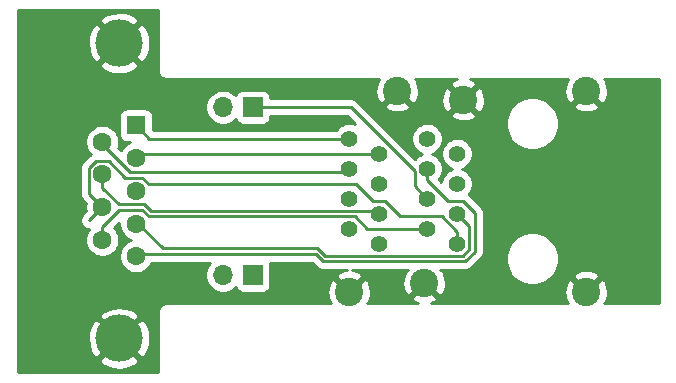
<source format=gbr>
%TF.GenerationSoftware,KiCad,Pcbnew,(5.1.10-1-10_14)*%
%TF.CreationDate,2021-07-06T11:09:29-07:00*%
%TF.ProjectId,BarixAnalogDB9-RJ45,42617269-7841-46e6-916c-6f674442392d,rev?*%
%TF.SameCoordinates,Original*%
%TF.FileFunction,Copper,L1,Top*%
%TF.FilePolarity,Positive*%
%FSLAX46Y46*%
G04 Gerber Fmt 4.6, Leading zero omitted, Abs format (unit mm)*
G04 Created by KiCad (PCBNEW (5.1.10-1-10_14)) date 2021-07-06 11:09:29*
%MOMM*%
%LPD*%
G01*
G04 APERTURE LIST*
%TA.AperFunction,ComponentPad*%
%ADD10C,1.408000*%
%TD*%
%TA.AperFunction,ComponentPad*%
%ADD11C,2.400000*%
%TD*%
%TA.AperFunction,ComponentPad*%
%ADD12R,1.600000X1.600000*%
%TD*%
%TA.AperFunction,ComponentPad*%
%ADD13C,1.600000*%
%TD*%
%TA.AperFunction,ComponentPad*%
%ADD14C,4.000000*%
%TD*%
%TA.AperFunction,ComponentPad*%
%ADD15R,1.700000X1.700000*%
%TD*%
%TA.AperFunction,ComponentPad*%
%ADD16O,1.700000X1.700000*%
%TD*%
%TA.AperFunction,Conductor*%
%ADD17C,0.250000*%
%TD*%
%TA.AperFunction,Conductor*%
%ADD18C,0.254000*%
%TD*%
%TA.AperFunction,Conductor*%
%ADD19C,0.100000*%
%TD*%
G04 APERTURE END LIST*
D10*
%TO.P,J1,B2*%
%TO.N,Net-(J1-PadB2)*%
X152687000Y-100203000D03*
%TO.P,J1,B4*%
%TO.N,Net-(J1-PadB4)*%
X152687000Y-97663000D03*
%TO.P,J1,B6*%
%TO.N,Net-(J1-PadB6)*%
X152687000Y-95123000D03*
%TO.P,J1,B8*%
%TO.N,N/C*%
X152687000Y-92583000D03*
%TO.P,J1,B7*%
X155227000Y-93853000D03*
%TO.P,J1,B5*%
X155227000Y-96393000D03*
%TO.P,J1,B3*%
%TO.N,Net-(J1-PadB3)*%
X155227000Y-98933000D03*
%TO.P,J1,B1*%
%TO.N,Net-(J1-PadB1)*%
X155227000Y-101473000D03*
D11*
%TO.P,J1,S5*%
%TO.N,GND*%
X166147000Y-105533000D03*
%TO.P,J1,S6*%
X166147000Y-88523000D03*
D10*
%TO.P,J1,A7*%
%TO.N,N/C*%
X146087000Y-100203000D03*
%TO.P,J1,A5*%
X146087000Y-97663000D03*
%TO.P,J1,A3*%
%TO.N,Net-(J1-PadA3)*%
X146087000Y-95123000D03*
%TO.P,J1,A1*%
%TO.N,Net-(J1-PadA1)*%
X146087000Y-92583000D03*
%TO.P,J1,A2*%
%TO.N,Net-(J1-PadA2)*%
X148627000Y-93853000D03*
%TO.P,J1,A4*%
%TO.N,Net-(J1-PadA4)*%
X148627000Y-96393000D03*
%TO.P,J1,A6*%
%TO.N,Net-(J1-PadA6)*%
X148627000Y-98933000D03*
%TO.P,J1,A8*%
%TO.N,N/C*%
X148627000Y-101473000D03*
D11*
%TO.P,J1,S1*%
%TO.N,GND*%
X146087000Y-105533000D03*
%TO.P,J1,S3*%
X152437000Y-104773000D03*
%TO.P,J1,S4*%
X155737000Y-89283000D03*
%TO.P,J1,S2*%
X150147000Y-88523000D03*
%TD*%
D12*
%TO.P,J2,1*%
%TO.N,Net-(J1-PadA1)*%
X128027001Y-91460339D03*
D13*
%TO.P,J2,2*%
%TO.N,Net-(J1-PadA2)*%
X128027001Y-94230339D03*
%TO.P,J2,3*%
%TO.N,Net-(J2-Pad3)*%
X128027001Y-97000339D03*
%TO.P,J2,4*%
%TO.N,Net-(J1-PadB3)*%
X128027001Y-99770339D03*
%TO.P,J2,5*%
%TO.N,Net-(J1-PadB6)*%
X128027001Y-102540339D03*
%TO.P,J2,6*%
%TO.N,Net-(J1-PadA3)*%
X125187001Y-92845339D03*
%TO.P,J2,7*%
%TO.N,Net-(J1-PadA6)*%
X125187001Y-95615339D03*
%TO.P,J2,8*%
%TO.N,Net-(J1-PadB1)*%
X125187001Y-98385339D03*
%TO.P,J2,9*%
%TO.N,Net-(J1-PadB2)*%
X125187001Y-101155339D03*
D14*
%TO.P,J2,0*%
%TO.N,GND*%
X126607001Y-84500339D03*
X126607001Y-109500339D03*
%TD*%
D15*
%TO.P,JP1,1*%
%TO.N,Net-(J1-PadA4)*%
X137922000Y-104140000D03*
D16*
%TO.P,JP1,2*%
%TO.N,Net-(J2-Pad3)*%
X135382000Y-104140000D03*
%TD*%
%TO.P,JP2,2*%
%TO.N,Net-(J2-Pad3)*%
X135382000Y-89916000D03*
D15*
%TO.P,JP2,1*%
%TO.N,Net-(J1-PadB4)*%
X137922000Y-89916000D03*
%TD*%
D17*
%TO.N,Net-(J1-PadB2)*%
X128567002Y-98645338D02*
X126565632Y-98645338D01*
X125187001Y-100023969D02*
X125187001Y-101155339D01*
X129095663Y-99173999D02*
X128567002Y-98645338D01*
X152687000Y-100203000D02*
X147609922Y-100203000D01*
X147609922Y-100203000D02*
X146580921Y-99173999D01*
X146580921Y-99173999D02*
X129095663Y-99173999D01*
X126565632Y-98645338D02*
X125187001Y-100023969D01*
%TO.N,Net-(J1-PadB4)*%
X146212922Y-89916000D02*
X137922000Y-89916000D01*
X151657999Y-95361077D02*
X146212922Y-89916000D01*
X151657999Y-96633999D02*
X151657999Y-95361077D01*
X152687000Y-97663000D02*
X151657999Y-96633999D01*
%TO.N,Net-(J1-PadB6)*%
X143846011Y-102952011D02*
X143256000Y-102362000D01*
X152687000Y-95123000D02*
X152687000Y-96118606D01*
X156706011Y-98889090D02*
X156706010Y-102153322D01*
X155720921Y-97903999D02*
X156706011Y-98889090D01*
X154472393Y-97903999D02*
X155720921Y-97903999D01*
X156706010Y-102153322D02*
X155907321Y-102952011D01*
X152687000Y-96118606D02*
X154472393Y-97903999D01*
X143256000Y-102362000D02*
X128205340Y-102362000D01*
X128205340Y-102362000D02*
X128027001Y-102540339D01*
X155907321Y-102952011D02*
X143846011Y-102952011D01*
%TO.N,Net-(J1-PadB3)*%
X128218339Y-99770339D02*
X128027001Y-99770339D01*
X130302000Y-101854000D02*
X128218339Y-99770339D01*
X155720922Y-102502000D02*
X144032410Y-102502000D01*
X144032410Y-102502000D02*
X143384410Y-101854000D01*
X143384410Y-101854000D02*
X130302000Y-101854000D01*
X155227000Y-98933000D02*
X156256000Y-99962001D01*
X156256000Y-99962001D02*
X156256000Y-101966922D01*
X156256000Y-101966922D02*
X155720922Y-102502000D01*
%TO.N,Net-(J1-PadB1)*%
X124062000Y-99510340D02*
X125187001Y-98385339D01*
X128567002Y-95875338D02*
X127112002Y-95875338D01*
X153923605Y-99173999D02*
X150390921Y-99173999D01*
X149120921Y-97903999D02*
X148133079Y-97903999D01*
X124647000Y-94490338D02*
X124062000Y-95075338D01*
X146689418Y-96460338D02*
X129152002Y-96460338D01*
X129152002Y-96460338D02*
X128567002Y-95875338D01*
X125727002Y-94490338D02*
X124647000Y-94490338D01*
X155227000Y-100477394D02*
X153923605Y-99173999D01*
X150390921Y-99173999D02*
X149120921Y-97903999D01*
X124062000Y-95075338D02*
X124062000Y-97260338D01*
X148133079Y-97903999D02*
X146689418Y-96460338D01*
X124062000Y-97260338D02*
X125187001Y-98385339D01*
X155227000Y-101473000D02*
X155227000Y-100477394D01*
X127112002Y-95875338D02*
X125727002Y-94490338D01*
%TO.N,Net-(J1-PadA3)*%
X125187001Y-93055341D02*
X125187001Y-92845339D01*
X146087000Y-95123000D02*
X145784673Y-95425327D01*
X145784673Y-95425327D02*
X127556987Y-95425327D01*
X127556987Y-95425327D02*
X125187001Y-93055341D01*
%TO.N,Net-(J1-PadA1)*%
X129149662Y-92583000D02*
X128027001Y-91460339D01*
X146087000Y-92583000D02*
X129149662Y-92583000D01*
%TO.N,Net-(J1-PadA2)*%
X128404340Y-93853000D02*
X128027001Y-94230339D01*
X148627000Y-93853000D02*
X128404340Y-93853000D01*
%TO.N,Net-(J1-PadA6)*%
X129282062Y-98723988D02*
X128683414Y-98125340D01*
X148627000Y-98933000D02*
X148417988Y-98723988D01*
X128683414Y-98125340D02*
X126565632Y-98125340D01*
X148417988Y-98723988D02*
X129282062Y-98723988D01*
X126565632Y-98125340D02*
X125187001Y-96746709D01*
X125187001Y-96746709D02*
X125187001Y-95615339D01*
%TD*%
D18*
%TO.N,GND*%
X129896001Y-86835571D02*
X129892807Y-86868000D01*
X129905550Y-86997383D01*
X129943290Y-87121793D01*
X130004575Y-87236450D01*
X130087052Y-87336948D01*
X130187550Y-87419425D01*
X130302207Y-87480710D01*
X130426617Y-87518450D01*
X130523581Y-87528000D01*
X130556000Y-87531193D01*
X130588419Y-87528000D01*
X148623402Y-87528000D01*
X148584164Y-87544514D01*
X148423301Y-87868210D01*
X148328678Y-88217069D01*
X148303933Y-88577684D01*
X148350015Y-88936198D01*
X148465154Y-89278833D01*
X148584164Y-89501486D01*
X148869020Y-89621374D01*
X149967395Y-88523000D01*
X149953252Y-88508858D01*
X150132858Y-88329252D01*
X150147000Y-88343395D01*
X150161142Y-88329252D01*
X150340748Y-88508858D01*
X150326605Y-88523000D01*
X151424980Y-89621374D01*
X151709836Y-89501486D01*
X151791238Y-89337684D01*
X153893933Y-89337684D01*
X153940015Y-89696198D01*
X154055154Y-90038833D01*
X154174164Y-90261486D01*
X154459020Y-90381374D01*
X155557395Y-89283000D01*
X155916605Y-89283000D01*
X157014980Y-90381374D01*
X157299836Y-90261486D01*
X157460699Y-89937790D01*
X157555322Y-89588931D01*
X157580067Y-89228316D01*
X157533985Y-88869802D01*
X157418846Y-88527167D01*
X157299836Y-88304514D01*
X157014980Y-88184626D01*
X155916605Y-89283000D01*
X155557395Y-89283000D01*
X154459020Y-88184626D01*
X154174164Y-88304514D01*
X154013301Y-88628210D01*
X153918678Y-88977069D01*
X153893933Y-89337684D01*
X151791238Y-89337684D01*
X151870699Y-89177790D01*
X151965322Y-88828931D01*
X151990067Y-88468316D01*
X151943985Y-88109802D01*
X151828846Y-87767167D01*
X151709836Y-87544514D01*
X151670598Y-87528000D01*
X155198861Y-87528000D01*
X154981167Y-87601154D01*
X154758514Y-87720164D01*
X154638626Y-88005020D01*
X155737000Y-89103395D01*
X156835374Y-88005020D01*
X156715486Y-87720164D01*
X156391790Y-87559301D01*
X156276389Y-87528000D01*
X164623402Y-87528000D01*
X164584164Y-87544514D01*
X164423301Y-87868210D01*
X164328678Y-88217069D01*
X164303933Y-88577684D01*
X164350015Y-88936198D01*
X164465154Y-89278833D01*
X164584164Y-89501486D01*
X164869020Y-89621374D01*
X165967395Y-88523000D01*
X165953252Y-88508858D01*
X166132858Y-88329252D01*
X166147000Y-88343395D01*
X166161142Y-88329252D01*
X166340748Y-88508858D01*
X166326605Y-88523000D01*
X167424980Y-89621374D01*
X167709836Y-89501486D01*
X167870699Y-89177790D01*
X167965322Y-88828931D01*
X167990067Y-88468316D01*
X167943985Y-88109802D01*
X167828846Y-87767167D01*
X167709836Y-87544514D01*
X167670598Y-87528000D01*
X172314000Y-87528000D01*
X172314001Y-106528000D01*
X167670598Y-106528000D01*
X167709836Y-106511486D01*
X167870699Y-106187790D01*
X167965322Y-105838931D01*
X167990067Y-105478316D01*
X167943985Y-105119802D01*
X167828846Y-104777167D01*
X167709836Y-104554514D01*
X167424980Y-104434626D01*
X166326605Y-105533000D01*
X166340748Y-105547142D01*
X166161142Y-105726748D01*
X166147000Y-105712605D01*
X166132858Y-105726748D01*
X165953252Y-105547142D01*
X165967395Y-105533000D01*
X164869020Y-104434626D01*
X164584164Y-104554514D01*
X164423301Y-104878210D01*
X164328678Y-105227069D01*
X164303933Y-105587684D01*
X164350015Y-105946198D01*
X164465154Y-106288833D01*
X164584164Y-106511486D01*
X164623402Y-106528000D01*
X152975139Y-106528000D01*
X153192833Y-106454846D01*
X153415486Y-106335836D01*
X153535374Y-106050980D01*
X152437000Y-104952605D01*
X151338626Y-106050980D01*
X151458514Y-106335836D01*
X151782210Y-106496699D01*
X151897611Y-106528000D01*
X147610598Y-106528000D01*
X147649836Y-106511486D01*
X147810699Y-106187790D01*
X147905322Y-105838931D01*
X147930067Y-105478316D01*
X147883985Y-105119802D01*
X147768846Y-104777167D01*
X147649836Y-104554514D01*
X147364980Y-104434626D01*
X146266605Y-105533000D01*
X146280748Y-105547142D01*
X146101142Y-105726748D01*
X146087000Y-105712605D01*
X146072858Y-105726748D01*
X145893252Y-105547142D01*
X145907395Y-105533000D01*
X144809020Y-104434626D01*
X144524164Y-104554514D01*
X144363301Y-104878210D01*
X144268678Y-105227069D01*
X144243933Y-105587684D01*
X144290015Y-105946198D01*
X144405154Y-106288833D01*
X144524164Y-106511486D01*
X144563402Y-106528000D01*
X130588419Y-106528000D01*
X130556000Y-106524807D01*
X130523581Y-106528000D01*
X130426617Y-106537550D01*
X130302207Y-106575290D01*
X130187550Y-106636575D01*
X130087052Y-106719052D01*
X130004575Y-106819550D01*
X129943290Y-106934207D01*
X129905550Y-107058617D01*
X129892807Y-107188000D01*
X129896000Y-107220419D01*
X129896001Y-112370000D01*
X118008000Y-112370000D01*
X118008000Y-111347838D01*
X124939107Y-111347838D01*
X125155229Y-111714597D01*
X125615106Y-111955277D01*
X126113099Y-112101614D01*
X126630072Y-112147987D01*
X127146160Y-112092612D01*
X127641527Y-111937618D01*
X128058773Y-111714597D01*
X128274895Y-111347838D01*
X126607001Y-109679944D01*
X124939107Y-111347838D01*
X118008000Y-111347838D01*
X118008000Y-109523410D01*
X123959353Y-109523410D01*
X124014728Y-110039498D01*
X124169722Y-110534865D01*
X124392743Y-110952111D01*
X124759502Y-111168233D01*
X126427396Y-109500339D01*
X126786606Y-109500339D01*
X128454500Y-111168233D01*
X128821259Y-110952111D01*
X129061939Y-110492234D01*
X129208276Y-109994241D01*
X129254649Y-109477268D01*
X129199274Y-108961180D01*
X129044280Y-108465813D01*
X128821259Y-108048567D01*
X128454500Y-107832445D01*
X126786606Y-109500339D01*
X126427396Y-109500339D01*
X124759502Y-107832445D01*
X124392743Y-108048567D01*
X124152063Y-108508444D01*
X124005726Y-109006437D01*
X123959353Y-109523410D01*
X118008000Y-109523410D01*
X118008000Y-107652840D01*
X124939107Y-107652840D01*
X126607001Y-109320734D01*
X128274895Y-107652840D01*
X128058773Y-107286081D01*
X127598896Y-107045401D01*
X127100903Y-106899064D01*
X126583930Y-106852691D01*
X126067842Y-106908066D01*
X125572475Y-107063060D01*
X125155229Y-107286081D01*
X124939107Y-107652840D01*
X118008000Y-107652840D01*
X118008000Y-95075338D01*
X123298324Y-95075338D01*
X123302000Y-95112661D01*
X123302001Y-97223006D01*
X123298324Y-97260338D01*
X123302001Y-97297671D01*
X123310406Y-97383002D01*
X123312998Y-97409323D01*
X123356454Y-97552584D01*
X123427026Y-97684614D01*
X123498201Y-97771340D01*
X123522000Y-97800339D01*
X123550998Y-97824137D01*
X123788313Y-98061452D01*
X123752001Y-98244004D01*
X123752001Y-98526674D01*
X123788313Y-98709226D01*
X123498201Y-98999338D01*
X123427026Y-99086064D01*
X123356454Y-99218094D01*
X123312998Y-99361355D01*
X123298324Y-99510340D01*
X123312998Y-99659325D01*
X123356454Y-99802586D01*
X123427026Y-99934616D01*
X123521999Y-100050341D01*
X123637724Y-100145314D01*
X123769754Y-100215886D01*
X123913015Y-100259342D01*
X124050762Y-100272909D01*
X123915321Y-100475612D01*
X123807148Y-100736765D01*
X123752001Y-101014004D01*
X123752001Y-101296674D01*
X123807148Y-101573913D01*
X123915321Y-101835066D01*
X124072364Y-102070098D01*
X124272242Y-102269976D01*
X124507274Y-102427019D01*
X124768427Y-102535192D01*
X125045666Y-102590339D01*
X125328336Y-102590339D01*
X125605575Y-102535192D01*
X125866728Y-102427019D01*
X126101760Y-102269976D01*
X126301638Y-102070098D01*
X126458681Y-101835066D01*
X126566854Y-101573913D01*
X126622001Y-101296674D01*
X126622001Y-101014004D01*
X126566854Y-100736765D01*
X126458681Y-100475612D01*
X126301638Y-100240580D01*
X126173415Y-100112357D01*
X126592001Y-99693771D01*
X126592001Y-99911674D01*
X126647148Y-100188913D01*
X126755321Y-100450066D01*
X126912364Y-100685098D01*
X127112242Y-100884976D01*
X127347274Y-101042019D01*
X127608427Y-101150192D01*
X127634302Y-101155339D01*
X127608427Y-101160486D01*
X127347274Y-101268659D01*
X127112242Y-101425702D01*
X126912364Y-101625580D01*
X126755321Y-101860612D01*
X126647148Y-102121765D01*
X126592001Y-102399004D01*
X126592001Y-102681674D01*
X126647148Y-102958913D01*
X126755321Y-103220066D01*
X126912364Y-103455098D01*
X127112242Y-103654976D01*
X127347274Y-103812019D01*
X127608427Y-103920192D01*
X127885666Y-103975339D01*
X128168336Y-103975339D01*
X128445575Y-103920192D01*
X128706728Y-103812019D01*
X128941760Y-103654976D01*
X129141638Y-103455098D01*
X129298681Y-103220066D01*
X129339301Y-103122000D01*
X134299893Y-103122000D01*
X134228525Y-103193368D01*
X134066010Y-103436589D01*
X133954068Y-103706842D01*
X133897000Y-103993740D01*
X133897000Y-104286260D01*
X133954068Y-104573158D01*
X134066010Y-104843411D01*
X134228525Y-105086632D01*
X134435368Y-105293475D01*
X134678589Y-105455990D01*
X134948842Y-105567932D01*
X135235740Y-105625000D01*
X135528260Y-105625000D01*
X135815158Y-105567932D01*
X136085411Y-105455990D01*
X136328632Y-105293475D01*
X136460487Y-105161620D01*
X136482498Y-105234180D01*
X136541463Y-105344494D01*
X136620815Y-105441185D01*
X136717506Y-105520537D01*
X136827820Y-105579502D01*
X136947518Y-105615812D01*
X137072000Y-105628072D01*
X138772000Y-105628072D01*
X138896482Y-105615812D01*
X139016180Y-105579502D01*
X139126494Y-105520537D01*
X139223185Y-105441185D01*
X139302537Y-105344494D01*
X139361502Y-105234180D01*
X139397812Y-105114482D01*
X139410072Y-104990000D01*
X139410072Y-103290000D01*
X139397812Y-103165518D01*
X139384611Y-103122000D01*
X142941199Y-103122000D01*
X143282211Y-103463013D01*
X143306010Y-103492012D01*
X143335008Y-103515810D01*
X143421735Y-103586985D01*
X143553764Y-103657557D01*
X143697025Y-103701014D01*
X143846011Y-103715688D01*
X143883344Y-103712011D01*
X145860551Y-103712011D01*
X145673802Y-103736015D01*
X145331167Y-103851154D01*
X145108514Y-103970164D01*
X144988626Y-104255020D01*
X146087000Y-105353395D01*
X147185374Y-104255020D01*
X147065486Y-103970164D01*
X146741790Y-103809301D01*
X146392931Y-103714678D01*
X146354064Y-103712011D01*
X151070193Y-103712011D01*
X150874164Y-103794514D01*
X150713301Y-104118210D01*
X150618678Y-104467069D01*
X150593933Y-104827684D01*
X150640015Y-105186198D01*
X150755154Y-105528833D01*
X150874164Y-105751486D01*
X151159020Y-105871374D01*
X152257395Y-104773000D01*
X152243252Y-104758858D01*
X152422858Y-104579252D01*
X152437000Y-104593395D01*
X152451142Y-104579252D01*
X152630748Y-104758858D01*
X152616605Y-104773000D01*
X153714980Y-105871374D01*
X153999836Y-105751486D01*
X154160699Y-105427790D01*
X154255322Y-105078931D01*
X154280067Y-104718316D01*
X154233985Y-104359802D01*
X154118846Y-104017167D01*
X153999836Y-103794514D01*
X153803807Y-103712011D01*
X155869999Y-103712011D01*
X155907321Y-103715687D01*
X155944643Y-103712011D01*
X155944654Y-103712011D01*
X156056307Y-103701014D01*
X156199568Y-103657557D01*
X156331597Y-103586985D01*
X156447322Y-103492012D01*
X156471124Y-103463009D01*
X157217017Y-102717117D01*
X157246010Y-102693323D01*
X157269804Y-102664330D01*
X157269809Y-102664325D01*
X157340984Y-102577598D01*
X157371552Y-102520409D01*
X159317000Y-102520409D01*
X159317000Y-102965591D01*
X159403851Y-103402218D01*
X159574214Y-103813511D01*
X159821544Y-104183666D01*
X160136334Y-104498456D01*
X160506489Y-104745786D01*
X160917782Y-104916149D01*
X161354409Y-105003000D01*
X161799591Y-105003000D01*
X162236218Y-104916149D01*
X162647511Y-104745786D01*
X163017666Y-104498456D01*
X163261102Y-104255020D01*
X165048626Y-104255020D01*
X166147000Y-105353395D01*
X167245374Y-104255020D01*
X167125486Y-103970164D01*
X166801790Y-103809301D01*
X166452931Y-103714678D01*
X166092316Y-103689933D01*
X165733802Y-103736015D01*
X165391167Y-103851154D01*
X165168514Y-103970164D01*
X165048626Y-104255020D01*
X163261102Y-104255020D01*
X163332456Y-104183666D01*
X163579786Y-103813511D01*
X163750149Y-103402218D01*
X163837000Y-102965591D01*
X163837000Y-102520409D01*
X163750149Y-102083782D01*
X163579786Y-101672489D01*
X163332456Y-101302334D01*
X163017666Y-100987544D01*
X162647511Y-100740214D01*
X162236218Y-100569851D01*
X161799591Y-100483000D01*
X161354409Y-100483000D01*
X160917782Y-100569851D01*
X160506489Y-100740214D01*
X160136334Y-100987544D01*
X159821544Y-101302334D01*
X159574214Y-101672489D01*
X159403851Y-102083782D01*
X159317000Y-102520409D01*
X157371552Y-102520409D01*
X157411556Y-102445569D01*
X157455012Y-102302308D01*
X157469686Y-102153322D01*
X157466009Y-102115990D01*
X157466011Y-98926413D01*
X157469687Y-98889090D01*
X157466011Y-98851767D01*
X157466011Y-98851758D01*
X157455014Y-98740105D01*
X157422827Y-98633998D01*
X157411557Y-98596843D01*
X157340985Y-98464813D01*
X157269810Y-98378087D01*
X157269806Y-98378083D01*
X157246012Y-98349090D01*
X157217020Y-98325297D01*
X156284720Y-97392996D01*
X156260922Y-97363998D01*
X156199798Y-97313834D01*
X156267069Y-97246563D01*
X156413607Y-97027254D01*
X156514543Y-96783572D01*
X156566000Y-96524880D01*
X156566000Y-96261120D01*
X156514543Y-96002428D01*
X156413607Y-95758746D01*
X156267069Y-95539437D01*
X156080563Y-95352931D01*
X155861254Y-95206393D01*
X155659925Y-95123000D01*
X155861254Y-95039607D01*
X156080563Y-94893069D01*
X156267069Y-94706563D01*
X156413607Y-94487254D01*
X156514543Y-94243572D01*
X156566000Y-93984880D01*
X156566000Y-93721120D01*
X156514543Y-93462428D01*
X156413607Y-93218746D01*
X156267069Y-92999437D01*
X156080563Y-92812931D01*
X155861254Y-92666393D01*
X155617572Y-92565457D01*
X155358880Y-92514000D01*
X155095120Y-92514000D01*
X154836428Y-92565457D01*
X154592746Y-92666393D01*
X154373437Y-92812931D01*
X154186931Y-92999437D01*
X154040393Y-93218746D01*
X153939457Y-93462428D01*
X153888000Y-93721120D01*
X153888000Y-93984880D01*
X153939457Y-94243572D01*
X154040393Y-94487254D01*
X154186931Y-94706563D01*
X154373437Y-94893069D01*
X154592746Y-95039607D01*
X154794075Y-95123000D01*
X154592746Y-95206393D01*
X154373437Y-95352931D01*
X154186931Y-95539437D01*
X154040393Y-95758746D01*
X153939457Y-96002428D01*
X153890707Y-96247512D01*
X153673414Y-96030218D01*
X153727069Y-95976563D01*
X153873607Y-95757254D01*
X153974543Y-95513572D01*
X154026000Y-95254880D01*
X154026000Y-94991120D01*
X153974543Y-94732428D01*
X153873607Y-94488746D01*
X153727069Y-94269437D01*
X153540563Y-94082931D01*
X153321254Y-93936393D01*
X153119925Y-93853000D01*
X153321254Y-93769607D01*
X153540563Y-93623069D01*
X153727069Y-93436563D01*
X153873607Y-93217254D01*
X153974543Y-92973572D01*
X154026000Y-92714880D01*
X154026000Y-92451120D01*
X153974543Y-92192428D01*
X153873607Y-91948746D01*
X153727069Y-91729437D01*
X153540563Y-91542931D01*
X153321254Y-91396393D01*
X153077572Y-91295457D01*
X152818880Y-91244000D01*
X152555120Y-91244000D01*
X152296428Y-91295457D01*
X152052746Y-91396393D01*
X151833437Y-91542931D01*
X151646931Y-91729437D01*
X151500393Y-91948746D01*
X151399457Y-92192428D01*
X151348000Y-92451120D01*
X151348000Y-92714880D01*
X151399457Y-92973572D01*
X151500393Y-93217254D01*
X151646931Y-93436563D01*
X151833437Y-93623069D01*
X152052746Y-93769607D01*
X152254075Y-93853000D01*
X152052746Y-93936393D01*
X151833437Y-94082931D01*
X151646931Y-94269437D01*
X151644620Y-94272896D01*
X147932704Y-90560980D01*
X154638626Y-90560980D01*
X154758514Y-90845836D01*
X155082210Y-91006699D01*
X155431069Y-91101322D01*
X155791684Y-91126067D01*
X156069100Y-91090409D01*
X159317000Y-91090409D01*
X159317000Y-91535591D01*
X159403851Y-91972218D01*
X159574214Y-92383511D01*
X159821544Y-92753666D01*
X160136334Y-93068456D01*
X160506489Y-93315786D01*
X160917782Y-93486149D01*
X161354409Y-93573000D01*
X161799591Y-93573000D01*
X162236218Y-93486149D01*
X162647511Y-93315786D01*
X163017666Y-93068456D01*
X163332456Y-92753666D01*
X163579786Y-92383511D01*
X163750149Y-91972218D01*
X163837000Y-91535591D01*
X163837000Y-91090409D01*
X163750149Y-90653782D01*
X163579786Y-90242489D01*
X163332456Y-89872334D01*
X163261102Y-89800980D01*
X165048626Y-89800980D01*
X165168514Y-90085836D01*
X165492210Y-90246699D01*
X165841069Y-90341322D01*
X166201684Y-90366067D01*
X166560198Y-90319985D01*
X166902833Y-90204846D01*
X167125486Y-90085836D01*
X167245374Y-89800980D01*
X166147000Y-88702605D01*
X165048626Y-89800980D01*
X163261102Y-89800980D01*
X163017666Y-89557544D01*
X162647511Y-89310214D01*
X162236218Y-89139851D01*
X161799591Y-89053000D01*
X161354409Y-89053000D01*
X160917782Y-89139851D01*
X160506489Y-89310214D01*
X160136334Y-89557544D01*
X159821544Y-89872334D01*
X159574214Y-90242489D01*
X159403851Y-90653782D01*
X159317000Y-91090409D01*
X156069100Y-91090409D01*
X156150198Y-91079985D01*
X156492833Y-90964846D01*
X156715486Y-90845836D01*
X156835374Y-90560980D01*
X155737000Y-89462605D01*
X154638626Y-90560980D01*
X147932704Y-90560980D01*
X147172704Y-89800980D01*
X149048626Y-89800980D01*
X149168514Y-90085836D01*
X149492210Y-90246699D01*
X149841069Y-90341322D01*
X150201684Y-90366067D01*
X150560198Y-90319985D01*
X150902833Y-90204846D01*
X151125486Y-90085836D01*
X151245374Y-89800980D01*
X150147000Y-88702605D01*
X149048626Y-89800980D01*
X147172704Y-89800980D01*
X146776726Y-89405003D01*
X146752923Y-89375999D01*
X146637198Y-89281026D01*
X146505169Y-89210454D01*
X146361908Y-89166997D01*
X146250255Y-89156000D01*
X146250244Y-89156000D01*
X146212922Y-89152324D01*
X146175600Y-89156000D01*
X139410072Y-89156000D01*
X139410072Y-89066000D01*
X139397812Y-88941518D01*
X139361502Y-88821820D01*
X139302537Y-88711506D01*
X139223185Y-88614815D01*
X139126494Y-88535463D01*
X139016180Y-88476498D01*
X138896482Y-88440188D01*
X138772000Y-88427928D01*
X137072000Y-88427928D01*
X136947518Y-88440188D01*
X136827820Y-88476498D01*
X136717506Y-88535463D01*
X136620815Y-88614815D01*
X136541463Y-88711506D01*
X136482498Y-88821820D01*
X136460487Y-88894380D01*
X136328632Y-88762525D01*
X136085411Y-88600010D01*
X135815158Y-88488068D01*
X135528260Y-88431000D01*
X135235740Y-88431000D01*
X134948842Y-88488068D01*
X134678589Y-88600010D01*
X134435368Y-88762525D01*
X134228525Y-88969368D01*
X134066010Y-89212589D01*
X133954068Y-89482842D01*
X133897000Y-89769740D01*
X133897000Y-90062260D01*
X133954068Y-90349158D01*
X134066010Y-90619411D01*
X134228525Y-90862632D01*
X134435368Y-91069475D01*
X134678589Y-91231990D01*
X134948842Y-91343932D01*
X135235740Y-91401000D01*
X135528260Y-91401000D01*
X135815158Y-91343932D01*
X136085411Y-91231990D01*
X136328632Y-91069475D01*
X136460487Y-90937620D01*
X136482498Y-91010180D01*
X136541463Y-91120494D01*
X136620815Y-91217185D01*
X136717506Y-91296537D01*
X136827820Y-91355502D01*
X136947518Y-91391812D01*
X137072000Y-91404072D01*
X138772000Y-91404072D01*
X138896482Y-91391812D01*
X139016180Y-91355502D01*
X139126494Y-91296537D01*
X139223185Y-91217185D01*
X139302537Y-91120494D01*
X139361502Y-91010180D01*
X139397812Y-90890482D01*
X139410072Y-90766000D01*
X139410072Y-90676000D01*
X145898121Y-90676000D01*
X146545866Y-91323745D01*
X146477572Y-91295457D01*
X146218880Y-91244000D01*
X145955120Y-91244000D01*
X145696428Y-91295457D01*
X145452746Y-91396393D01*
X145233437Y-91542931D01*
X145046931Y-91729437D01*
X144984414Y-91823000D01*
X129465073Y-91823000D01*
X129465073Y-90660339D01*
X129452813Y-90535857D01*
X129416503Y-90416159D01*
X129357538Y-90305845D01*
X129278186Y-90209154D01*
X129181495Y-90129802D01*
X129071181Y-90070837D01*
X128951483Y-90034527D01*
X128827001Y-90022267D01*
X127227001Y-90022267D01*
X127102519Y-90034527D01*
X126982821Y-90070837D01*
X126872507Y-90129802D01*
X126775816Y-90209154D01*
X126696464Y-90305845D01*
X126637499Y-90416159D01*
X126601189Y-90535857D01*
X126588929Y-90660339D01*
X126588929Y-92260339D01*
X126601189Y-92384821D01*
X126637499Y-92504519D01*
X126696464Y-92614833D01*
X126775816Y-92711524D01*
X126872507Y-92790876D01*
X126982821Y-92849841D01*
X127102519Y-92886151D01*
X127227001Y-92898411D01*
X127492726Y-92898411D01*
X127347274Y-92958659D01*
X127112242Y-93115702D01*
X126912364Y-93315580D01*
X126756023Y-93549561D01*
X126538596Y-93332134D01*
X126566854Y-93263913D01*
X126622001Y-92986674D01*
X126622001Y-92704004D01*
X126566854Y-92426765D01*
X126458681Y-92165612D01*
X126301638Y-91930580D01*
X126101760Y-91730702D01*
X125866728Y-91573659D01*
X125605575Y-91465486D01*
X125328336Y-91410339D01*
X125045666Y-91410339D01*
X124768427Y-91465486D01*
X124507274Y-91573659D01*
X124272242Y-91730702D01*
X124072364Y-91930580D01*
X123915321Y-92165612D01*
X123807148Y-92426765D01*
X123752001Y-92704004D01*
X123752001Y-92986674D01*
X123807148Y-93263913D01*
X123915321Y-93525066D01*
X124072364Y-93760098D01*
X124192464Y-93880198D01*
X124106999Y-93950337D01*
X124083200Y-93979336D01*
X123551002Y-94511535D01*
X123521999Y-94535337D01*
X123482884Y-94582999D01*
X123427026Y-94651062D01*
X123383535Y-94732428D01*
X123356454Y-94783092D01*
X123312997Y-94926353D01*
X123302000Y-95038006D01*
X123302000Y-95038016D01*
X123298324Y-95075338D01*
X118008000Y-95075338D01*
X118008000Y-86347838D01*
X124939107Y-86347838D01*
X125155229Y-86714597D01*
X125615106Y-86955277D01*
X126113099Y-87101614D01*
X126630072Y-87147987D01*
X127146160Y-87092612D01*
X127641527Y-86937618D01*
X128058773Y-86714597D01*
X128274895Y-86347838D01*
X126607001Y-84679944D01*
X124939107Y-86347838D01*
X118008000Y-86347838D01*
X118008000Y-84523410D01*
X123959353Y-84523410D01*
X124014728Y-85039498D01*
X124169722Y-85534865D01*
X124392743Y-85952111D01*
X124759502Y-86168233D01*
X126427396Y-84500339D01*
X126786606Y-84500339D01*
X128454500Y-86168233D01*
X128821259Y-85952111D01*
X129061939Y-85492234D01*
X129208276Y-84994241D01*
X129254649Y-84477268D01*
X129199274Y-83961180D01*
X129044280Y-83465813D01*
X128821259Y-83048567D01*
X128454500Y-82832445D01*
X126786606Y-84500339D01*
X126427396Y-84500339D01*
X124759502Y-82832445D01*
X124392743Y-83048567D01*
X124152063Y-83508444D01*
X124005726Y-84006437D01*
X123959353Y-84523410D01*
X118008000Y-84523410D01*
X118008000Y-82652840D01*
X124939107Y-82652840D01*
X126607001Y-84320734D01*
X128274895Y-82652840D01*
X128058773Y-82286081D01*
X127598896Y-82045401D01*
X127100903Y-81899064D01*
X126583930Y-81852691D01*
X126067842Y-81908066D01*
X125572475Y-82063060D01*
X125155229Y-82286081D01*
X124939107Y-82652840D01*
X118008000Y-82652840D01*
X118008000Y-81686000D01*
X129896000Y-81686000D01*
X129896001Y-86835571D01*
%TA.AperFunction,Conductor*%
D19*
G36*
X129896001Y-86835571D02*
G01*
X129892807Y-86868000D01*
X129905550Y-86997383D01*
X129943290Y-87121793D01*
X130004575Y-87236450D01*
X130087052Y-87336948D01*
X130187550Y-87419425D01*
X130302207Y-87480710D01*
X130426617Y-87518450D01*
X130523581Y-87528000D01*
X130556000Y-87531193D01*
X130588419Y-87528000D01*
X148623402Y-87528000D01*
X148584164Y-87544514D01*
X148423301Y-87868210D01*
X148328678Y-88217069D01*
X148303933Y-88577684D01*
X148350015Y-88936198D01*
X148465154Y-89278833D01*
X148584164Y-89501486D01*
X148869020Y-89621374D01*
X149967395Y-88523000D01*
X149953252Y-88508858D01*
X150132858Y-88329252D01*
X150147000Y-88343395D01*
X150161142Y-88329252D01*
X150340748Y-88508858D01*
X150326605Y-88523000D01*
X151424980Y-89621374D01*
X151709836Y-89501486D01*
X151791238Y-89337684D01*
X153893933Y-89337684D01*
X153940015Y-89696198D01*
X154055154Y-90038833D01*
X154174164Y-90261486D01*
X154459020Y-90381374D01*
X155557395Y-89283000D01*
X155916605Y-89283000D01*
X157014980Y-90381374D01*
X157299836Y-90261486D01*
X157460699Y-89937790D01*
X157555322Y-89588931D01*
X157580067Y-89228316D01*
X157533985Y-88869802D01*
X157418846Y-88527167D01*
X157299836Y-88304514D01*
X157014980Y-88184626D01*
X155916605Y-89283000D01*
X155557395Y-89283000D01*
X154459020Y-88184626D01*
X154174164Y-88304514D01*
X154013301Y-88628210D01*
X153918678Y-88977069D01*
X153893933Y-89337684D01*
X151791238Y-89337684D01*
X151870699Y-89177790D01*
X151965322Y-88828931D01*
X151990067Y-88468316D01*
X151943985Y-88109802D01*
X151828846Y-87767167D01*
X151709836Y-87544514D01*
X151670598Y-87528000D01*
X155198861Y-87528000D01*
X154981167Y-87601154D01*
X154758514Y-87720164D01*
X154638626Y-88005020D01*
X155737000Y-89103395D01*
X156835374Y-88005020D01*
X156715486Y-87720164D01*
X156391790Y-87559301D01*
X156276389Y-87528000D01*
X164623402Y-87528000D01*
X164584164Y-87544514D01*
X164423301Y-87868210D01*
X164328678Y-88217069D01*
X164303933Y-88577684D01*
X164350015Y-88936198D01*
X164465154Y-89278833D01*
X164584164Y-89501486D01*
X164869020Y-89621374D01*
X165967395Y-88523000D01*
X165953252Y-88508858D01*
X166132858Y-88329252D01*
X166147000Y-88343395D01*
X166161142Y-88329252D01*
X166340748Y-88508858D01*
X166326605Y-88523000D01*
X167424980Y-89621374D01*
X167709836Y-89501486D01*
X167870699Y-89177790D01*
X167965322Y-88828931D01*
X167990067Y-88468316D01*
X167943985Y-88109802D01*
X167828846Y-87767167D01*
X167709836Y-87544514D01*
X167670598Y-87528000D01*
X172314000Y-87528000D01*
X172314001Y-106528000D01*
X167670598Y-106528000D01*
X167709836Y-106511486D01*
X167870699Y-106187790D01*
X167965322Y-105838931D01*
X167990067Y-105478316D01*
X167943985Y-105119802D01*
X167828846Y-104777167D01*
X167709836Y-104554514D01*
X167424980Y-104434626D01*
X166326605Y-105533000D01*
X166340748Y-105547142D01*
X166161142Y-105726748D01*
X166147000Y-105712605D01*
X166132858Y-105726748D01*
X165953252Y-105547142D01*
X165967395Y-105533000D01*
X164869020Y-104434626D01*
X164584164Y-104554514D01*
X164423301Y-104878210D01*
X164328678Y-105227069D01*
X164303933Y-105587684D01*
X164350015Y-105946198D01*
X164465154Y-106288833D01*
X164584164Y-106511486D01*
X164623402Y-106528000D01*
X152975139Y-106528000D01*
X153192833Y-106454846D01*
X153415486Y-106335836D01*
X153535374Y-106050980D01*
X152437000Y-104952605D01*
X151338626Y-106050980D01*
X151458514Y-106335836D01*
X151782210Y-106496699D01*
X151897611Y-106528000D01*
X147610598Y-106528000D01*
X147649836Y-106511486D01*
X147810699Y-106187790D01*
X147905322Y-105838931D01*
X147930067Y-105478316D01*
X147883985Y-105119802D01*
X147768846Y-104777167D01*
X147649836Y-104554514D01*
X147364980Y-104434626D01*
X146266605Y-105533000D01*
X146280748Y-105547142D01*
X146101142Y-105726748D01*
X146087000Y-105712605D01*
X146072858Y-105726748D01*
X145893252Y-105547142D01*
X145907395Y-105533000D01*
X144809020Y-104434626D01*
X144524164Y-104554514D01*
X144363301Y-104878210D01*
X144268678Y-105227069D01*
X144243933Y-105587684D01*
X144290015Y-105946198D01*
X144405154Y-106288833D01*
X144524164Y-106511486D01*
X144563402Y-106528000D01*
X130588419Y-106528000D01*
X130556000Y-106524807D01*
X130523581Y-106528000D01*
X130426617Y-106537550D01*
X130302207Y-106575290D01*
X130187550Y-106636575D01*
X130087052Y-106719052D01*
X130004575Y-106819550D01*
X129943290Y-106934207D01*
X129905550Y-107058617D01*
X129892807Y-107188000D01*
X129896000Y-107220419D01*
X129896001Y-112370000D01*
X118008000Y-112370000D01*
X118008000Y-111347838D01*
X124939107Y-111347838D01*
X125155229Y-111714597D01*
X125615106Y-111955277D01*
X126113099Y-112101614D01*
X126630072Y-112147987D01*
X127146160Y-112092612D01*
X127641527Y-111937618D01*
X128058773Y-111714597D01*
X128274895Y-111347838D01*
X126607001Y-109679944D01*
X124939107Y-111347838D01*
X118008000Y-111347838D01*
X118008000Y-109523410D01*
X123959353Y-109523410D01*
X124014728Y-110039498D01*
X124169722Y-110534865D01*
X124392743Y-110952111D01*
X124759502Y-111168233D01*
X126427396Y-109500339D01*
X126786606Y-109500339D01*
X128454500Y-111168233D01*
X128821259Y-110952111D01*
X129061939Y-110492234D01*
X129208276Y-109994241D01*
X129254649Y-109477268D01*
X129199274Y-108961180D01*
X129044280Y-108465813D01*
X128821259Y-108048567D01*
X128454500Y-107832445D01*
X126786606Y-109500339D01*
X126427396Y-109500339D01*
X124759502Y-107832445D01*
X124392743Y-108048567D01*
X124152063Y-108508444D01*
X124005726Y-109006437D01*
X123959353Y-109523410D01*
X118008000Y-109523410D01*
X118008000Y-107652840D01*
X124939107Y-107652840D01*
X126607001Y-109320734D01*
X128274895Y-107652840D01*
X128058773Y-107286081D01*
X127598896Y-107045401D01*
X127100903Y-106899064D01*
X126583930Y-106852691D01*
X126067842Y-106908066D01*
X125572475Y-107063060D01*
X125155229Y-107286081D01*
X124939107Y-107652840D01*
X118008000Y-107652840D01*
X118008000Y-95075338D01*
X123298324Y-95075338D01*
X123302000Y-95112661D01*
X123302001Y-97223006D01*
X123298324Y-97260338D01*
X123302001Y-97297671D01*
X123310406Y-97383002D01*
X123312998Y-97409323D01*
X123356454Y-97552584D01*
X123427026Y-97684614D01*
X123498201Y-97771340D01*
X123522000Y-97800339D01*
X123550998Y-97824137D01*
X123788313Y-98061452D01*
X123752001Y-98244004D01*
X123752001Y-98526674D01*
X123788313Y-98709226D01*
X123498201Y-98999338D01*
X123427026Y-99086064D01*
X123356454Y-99218094D01*
X123312998Y-99361355D01*
X123298324Y-99510340D01*
X123312998Y-99659325D01*
X123356454Y-99802586D01*
X123427026Y-99934616D01*
X123521999Y-100050341D01*
X123637724Y-100145314D01*
X123769754Y-100215886D01*
X123913015Y-100259342D01*
X124050762Y-100272909D01*
X123915321Y-100475612D01*
X123807148Y-100736765D01*
X123752001Y-101014004D01*
X123752001Y-101296674D01*
X123807148Y-101573913D01*
X123915321Y-101835066D01*
X124072364Y-102070098D01*
X124272242Y-102269976D01*
X124507274Y-102427019D01*
X124768427Y-102535192D01*
X125045666Y-102590339D01*
X125328336Y-102590339D01*
X125605575Y-102535192D01*
X125866728Y-102427019D01*
X126101760Y-102269976D01*
X126301638Y-102070098D01*
X126458681Y-101835066D01*
X126566854Y-101573913D01*
X126622001Y-101296674D01*
X126622001Y-101014004D01*
X126566854Y-100736765D01*
X126458681Y-100475612D01*
X126301638Y-100240580D01*
X126173415Y-100112357D01*
X126592001Y-99693771D01*
X126592001Y-99911674D01*
X126647148Y-100188913D01*
X126755321Y-100450066D01*
X126912364Y-100685098D01*
X127112242Y-100884976D01*
X127347274Y-101042019D01*
X127608427Y-101150192D01*
X127634302Y-101155339D01*
X127608427Y-101160486D01*
X127347274Y-101268659D01*
X127112242Y-101425702D01*
X126912364Y-101625580D01*
X126755321Y-101860612D01*
X126647148Y-102121765D01*
X126592001Y-102399004D01*
X126592001Y-102681674D01*
X126647148Y-102958913D01*
X126755321Y-103220066D01*
X126912364Y-103455098D01*
X127112242Y-103654976D01*
X127347274Y-103812019D01*
X127608427Y-103920192D01*
X127885666Y-103975339D01*
X128168336Y-103975339D01*
X128445575Y-103920192D01*
X128706728Y-103812019D01*
X128941760Y-103654976D01*
X129141638Y-103455098D01*
X129298681Y-103220066D01*
X129339301Y-103122000D01*
X134299893Y-103122000D01*
X134228525Y-103193368D01*
X134066010Y-103436589D01*
X133954068Y-103706842D01*
X133897000Y-103993740D01*
X133897000Y-104286260D01*
X133954068Y-104573158D01*
X134066010Y-104843411D01*
X134228525Y-105086632D01*
X134435368Y-105293475D01*
X134678589Y-105455990D01*
X134948842Y-105567932D01*
X135235740Y-105625000D01*
X135528260Y-105625000D01*
X135815158Y-105567932D01*
X136085411Y-105455990D01*
X136328632Y-105293475D01*
X136460487Y-105161620D01*
X136482498Y-105234180D01*
X136541463Y-105344494D01*
X136620815Y-105441185D01*
X136717506Y-105520537D01*
X136827820Y-105579502D01*
X136947518Y-105615812D01*
X137072000Y-105628072D01*
X138772000Y-105628072D01*
X138896482Y-105615812D01*
X139016180Y-105579502D01*
X139126494Y-105520537D01*
X139223185Y-105441185D01*
X139302537Y-105344494D01*
X139361502Y-105234180D01*
X139397812Y-105114482D01*
X139410072Y-104990000D01*
X139410072Y-103290000D01*
X139397812Y-103165518D01*
X139384611Y-103122000D01*
X142941199Y-103122000D01*
X143282211Y-103463013D01*
X143306010Y-103492012D01*
X143335008Y-103515810D01*
X143421735Y-103586985D01*
X143553764Y-103657557D01*
X143697025Y-103701014D01*
X143846011Y-103715688D01*
X143883344Y-103712011D01*
X145860551Y-103712011D01*
X145673802Y-103736015D01*
X145331167Y-103851154D01*
X145108514Y-103970164D01*
X144988626Y-104255020D01*
X146087000Y-105353395D01*
X147185374Y-104255020D01*
X147065486Y-103970164D01*
X146741790Y-103809301D01*
X146392931Y-103714678D01*
X146354064Y-103712011D01*
X151070193Y-103712011D01*
X150874164Y-103794514D01*
X150713301Y-104118210D01*
X150618678Y-104467069D01*
X150593933Y-104827684D01*
X150640015Y-105186198D01*
X150755154Y-105528833D01*
X150874164Y-105751486D01*
X151159020Y-105871374D01*
X152257395Y-104773000D01*
X152243252Y-104758858D01*
X152422858Y-104579252D01*
X152437000Y-104593395D01*
X152451142Y-104579252D01*
X152630748Y-104758858D01*
X152616605Y-104773000D01*
X153714980Y-105871374D01*
X153999836Y-105751486D01*
X154160699Y-105427790D01*
X154255322Y-105078931D01*
X154280067Y-104718316D01*
X154233985Y-104359802D01*
X154118846Y-104017167D01*
X153999836Y-103794514D01*
X153803807Y-103712011D01*
X155869999Y-103712011D01*
X155907321Y-103715687D01*
X155944643Y-103712011D01*
X155944654Y-103712011D01*
X156056307Y-103701014D01*
X156199568Y-103657557D01*
X156331597Y-103586985D01*
X156447322Y-103492012D01*
X156471124Y-103463009D01*
X157217017Y-102717117D01*
X157246010Y-102693323D01*
X157269804Y-102664330D01*
X157269809Y-102664325D01*
X157340984Y-102577598D01*
X157371552Y-102520409D01*
X159317000Y-102520409D01*
X159317000Y-102965591D01*
X159403851Y-103402218D01*
X159574214Y-103813511D01*
X159821544Y-104183666D01*
X160136334Y-104498456D01*
X160506489Y-104745786D01*
X160917782Y-104916149D01*
X161354409Y-105003000D01*
X161799591Y-105003000D01*
X162236218Y-104916149D01*
X162647511Y-104745786D01*
X163017666Y-104498456D01*
X163261102Y-104255020D01*
X165048626Y-104255020D01*
X166147000Y-105353395D01*
X167245374Y-104255020D01*
X167125486Y-103970164D01*
X166801790Y-103809301D01*
X166452931Y-103714678D01*
X166092316Y-103689933D01*
X165733802Y-103736015D01*
X165391167Y-103851154D01*
X165168514Y-103970164D01*
X165048626Y-104255020D01*
X163261102Y-104255020D01*
X163332456Y-104183666D01*
X163579786Y-103813511D01*
X163750149Y-103402218D01*
X163837000Y-102965591D01*
X163837000Y-102520409D01*
X163750149Y-102083782D01*
X163579786Y-101672489D01*
X163332456Y-101302334D01*
X163017666Y-100987544D01*
X162647511Y-100740214D01*
X162236218Y-100569851D01*
X161799591Y-100483000D01*
X161354409Y-100483000D01*
X160917782Y-100569851D01*
X160506489Y-100740214D01*
X160136334Y-100987544D01*
X159821544Y-101302334D01*
X159574214Y-101672489D01*
X159403851Y-102083782D01*
X159317000Y-102520409D01*
X157371552Y-102520409D01*
X157411556Y-102445569D01*
X157455012Y-102302308D01*
X157469686Y-102153322D01*
X157466009Y-102115990D01*
X157466011Y-98926413D01*
X157469687Y-98889090D01*
X157466011Y-98851767D01*
X157466011Y-98851758D01*
X157455014Y-98740105D01*
X157422827Y-98633998D01*
X157411557Y-98596843D01*
X157340985Y-98464813D01*
X157269810Y-98378087D01*
X157269806Y-98378083D01*
X157246012Y-98349090D01*
X157217020Y-98325297D01*
X156284720Y-97392996D01*
X156260922Y-97363998D01*
X156199798Y-97313834D01*
X156267069Y-97246563D01*
X156413607Y-97027254D01*
X156514543Y-96783572D01*
X156566000Y-96524880D01*
X156566000Y-96261120D01*
X156514543Y-96002428D01*
X156413607Y-95758746D01*
X156267069Y-95539437D01*
X156080563Y-95352931D01*
X155861254Y-95206393D01*
X155659925Y-95123000D01*
X155861254Y-95039607D01*
X156080563Y-94893069D01*
X156267069Y-94706563D01*
X156413607Y-94487254D01*
X156514543Y-94243572D01*
X156566000Y-93984880D01*
X156566000Y-93721120D01*
X156514543Y-93462428D01*
X156413607Y-93218746D01*
X156267069Y-92999437D01*
X156080563Y-92812931D01*
X155861254Y-92666393D01*
X155617572Y-92565457D01*
X155358880Y-92514000D01*
X155095120Y-92514000D01*
X154836428Y-92565457D01*
X154592746Y-92666393D01*
X154373437Y-92812931D01*
X154186931Y-92999437D01*
X154040393Y-93218746D01*
X153939457Y-93462428D01*
X153888000Y-93721120D01*
X153888000Y-93984880D01*
X153939457Y-94243572D01*
X154040393Y-94487254D01*
X154186931Y-94706563D01*
X154373437Y-94893069D01*
X154592746Y-95039607D01*
X154794075Y-95123000D01*
X154592746Y-95206393D01*
X154373437Y-95352931D01*
X154186931Y-95539437D01*
X154040393Y-95758746D01*
X153939457Y-96002428D01*
X153890707Y-96247512D01*
X153673414Y-96030218D01*
X153727069Y-95976563D01*
X153873607Y-95757254D01*
X153974543Y-95513572D01*
X154026000Y-95254880D01*
X154026000Y-94991120D01*
X153974543Y-94732428D01*
X153873607Y-94488746D01*
X153727069Y-94269437D01*
X153540563Y-94082931D01*
X153321254Y-93936393D01*
X153119925Y-93853000D01*
X153321254Y-93769607D01*
X153540563Y-93623069D01*
X153727069Y-93436563D01*
X153873607Y-93217254D01*
X153974543Y-92973572D01*
X154026000Y-92714880D01*
X154026000Y-92451120D01*
X153974543Y-92192428D01*
X153873607Y-91948746D01*
X153727069Y-91729437D01*
X153540563Y-91542931D01*
X153321254Y-91396393D01*
X153077572Y-91295457D01*
X152818880Y-91244000D01*
X152555120Y-91244000D01*
X152296428Y-91295457D01*
X152052746Y-91396393D01*
X151833437Y-91542931D01*
X151646931Y-91729437D01*
X151500393Y-91948746D01*
X151399457Y-92192428D01*
X151348000Y-92451120D01*
X151348000Y-92714880D01*
X151399457Y-92973572D01*
X151500393Y-93217254D01*
X151646931Y-93436563D01*
X151833437Y-93623069D01*
X152052746Y-93769607D01*
X152254075Y-93853000D01*
X152052746Y-93936393D01*
X151833437Y-94082931D01*
X151646931Y-94269437D01*
X151644620Y-94272896D01*
X147932704Y-90560980D01*
X154638626Y-90560980D01*
X154758514Y-90845836D01*
X155082210Y-91006699D01*
X155431069Y-91101322D01*
X155791684Y-91126067D01*
X156069100Y-91090409D01*
X159317000Y-91090409D01*
X159317000Y-91535591D01*
X159403851Y-91972218D01*
X159574214Y-92383511D01*
X159821544Y-92753666D01*
X160136334Y-93068456D01*
X160506489Y-93315786D01*
X160917782Y-93486149D01*
X161354409Y-93573000D01*
X161799591Y-93573000D01*
X162236218Y-93486149D01*
X162647511Y-93315786D01*
X163017666Y-93068456D01*
X163332456Y-92753666D01*
X163579786Y-92383511D01*
X163750149Y-91972218D01*
X163837000Y-91535591D01*
X163837000Y-91090409D01*
X163750149Y-90653782D01*
X163579786Y-90242489D01*
X163332456Y-89872334D01*
X163261102Y-89800980D01*
X165048626Y-89800980D01*
X165168514Y-90085836D01*
X165492210Y-90246699D01*
X165841069Y-90341322D01*
X166201684Y-90366067D01*
X166560198Y-90319985D01*
X166902833Y-90204846D01*
X167125486Y-90085836D01*
X167245374Y-89800980D01*
X166147000Y-88702605D01*
X165048626Y-89800980D01*
X163261102Y-89800980D01*
X163017666Y-89557544D01*
X162647511Y-89310214D01*
X162236218Y-89139851D01*
X161799591Y-89053000D01*
X161354409Y-89053000D01*
X160917782Y-89139851D01*
X160506489Y-89310214D01*
X160136334Y-89557544D01*
X159821544Y-89872334D01*
X159574214Y-90242489D01*
X159403851Y-90653782D01*
X159317000Y-91090409D01*
X156069100Y-91090409D01*
X156150198Y-91079985D01*
X156492833Y-90964846D01*
X156715486Y-90845836D01*
X156835374Y-90560980D01*
X155737000Y-89462605D01*
X154638626Y-90560980D01*
X147932704Y-90560980D01*
X147172704Y-89800980D01*
X149048626Y-89800980D01*
X149168514Y-90085836D01*
X149492210Y-90246699D01*
X149841069Y-90341322D01*
X150201684Y-90366067D01*
X150560198Y-90319985D01*
X150902833Y-90204846D01*
X151125486Y-90085836D01*
X151245374Y-89800980D01*
X150147000Y-88702605D01*
X149048626Y-89800980D01*
X147172704Y-89800980D01*
X146776726Y-89405003D01*
X146752923Y-89375999D01*
X146637198Y-89281026D01*
X146505169Y-89210454D01*
X146361908Y-89166997D01*
X146250255Y-89156000D01*
X146250244Y-89156000D01*
X146212922Y-89152324D01*
X146175600Y-89156000D01*
X139410072Y-89156000D01*
X139410072Y-89066000D01*
X139397812Y-88941518D01*
X139361502Y-88821820D01*
X139302537Y-88711506D01*
X139223185Y-88614815D01*
X139126494Y-88535463D01*
X139016180Y-88476498D01*
X138896482Y-88440188D01*
X138772000Y-88427928D01*
X137072000Y-88427928D01*
X136947518Y-88440188D01*
X136827820Y-88476498D01*
X136717506Y-88535463D01*
X136620815Y-88614815D01*
X136541463Y-88711506D01*
X136482498Y-88821820D01*
X136460487Y-88894380D01*
X136328632Y-88762525D01*
X136085411Y-88600010D01*
X135815158Y-88488068D01*
X135528260Y-88431000D01*
X135235740Y-88431000D01*
X134948842Y-88488068D01*
X134678589Y-88600010D01*
X134435368Y-88762525D01*
X134228525Y-88969368D01*
X134066010Y-89212589D01*
X133954068Y-89482842D01*
X133897000Y-89769740D01*
X133897000Y-90062260D01*
X133954068Y-90349158D01*
X134066010Y-90619411D01*
X134228525Y-90862632D01*
X134435368Y-91069475D01*
X134678589Y-91231990D01*
X134948842Y-91343932D01*
X135235740Y-91401000D01*
X135528260Y-91401000D01*
X135815158Y-91343932D01*
X136085411Y-91231990D01*
X136328632Y-91069475D01*
X136460487Y-90937620D01*
X136482498Y-91010180D01*
X136541463Y-91120494D01*
X136620815Y-91217185D01*
X136717506Y-91296537D01*
X136827820Y-91355502D01*
X136947518Y-91391812D01*
X137072000Y-91404072D01*
X138772000Y-91404072D01*
X138896482Y-91391812D01*
X139016180Y-91355502D01*
X139126494Y-91296537D01*
X139223185Y-91217185D01*
X139302537Y-91120494D01*
X139361502Y-91010180D01*
X139397812Y-90890482D01*
X139410072Y-90766000D01*
X139410072Y-90676000D01*
X145898121Y-90676000D01*
X146545866Y-91323745D01*
X146477572Y-91295457D01*
X146218880Y-91244000D01*
X145955120Y-91244000D01*
X145696428Y-91295457D01*
X145452746Y-91396393D01*
X145233437Y-91542931D01*
X145046931Y-91729437D01*
X144984414Y-91823000D01*
X129465073Y-91823000D01*
X129465073Y-90660339D01*
X129452813Y-90535857D01*
X129416503Y-90416159D01*
X129357538Y-90305845D01*
X129278186Y-90209154D01*
X129181495Y-90129802D01*
X129071181Y-90070837D01*
X128951483Y-90034527D01*
X128827001Y-90022267D01*
X127227001Y-90022267D01*
X127102519Y-90034527D01*
X126982821Y-90070837D01*
X126872507Y-90129802D01*
X126775816Y-90209154D01*
X126696464Y-90305845D01*
X126637499Y-90416159D01*
X126601189Y-90535857D01*
X126588929Y-90660339D01*
X126588929Y-92260339D01*
X126601189Y-92384821D01*
X126637499Y-92504519D01*
X126696464Y-92614833D01*
X126775816Y-92711524D01*
X126872507Y-92790876D01*
X126982821Y-92849841D01*
X127102519Y-92886151D01*
X127227001Y-92898411D01*
X127492726Y-92898411D01*
X127347274Y-92958659D01*
X127112242Y-93115702D01*
X126912364Y-93315580D01*
X126756023Y-93549561D01*
X126538596Y-93332134D01*
X126566854Y-93263913D01*
X126622001Y-92986674D01*
X126622001Y-92704004D01*
X126566854Y-92426765D01*
X126458681Y-92165612D01*
X126301638Y-91930580D01*
X126101760Y-91730702D01*
X125866728Y-91573659D01*
X125605575Y-91465486D01*
X125328336Y-91410339D01*
X125045666Y-91410339D01*
X124768427Y-91465486D01*
X124507274Y-91573659D01*
X124272242Y-91730702D01*
X124072364Y-91930580D01*
X123915321Y-92165612D01*
X123807148Y-92426765D01*
X123752001Y-92704004D01*
X123752001Y-92986674D01*
X123807148Y-93263913D01*
X123915321Y-93525066D01*
X124072364Y-93760098D01*
X124192464Y-93880198D01*
X124106999Y-93950337D01*
X124083200Y-93979336D01*
X123551002Y-94511535D01*
X123521999Y-94535337D01*
X123482884Y-94582999D01*
X123427026Y-94651062D01*
X123383535Y-94732428D01*
X123356454Y-94783092D01*
X123312997Y-94926353D01*
X123302000Y-95038006D01*
X123302000Y-95038016D01*
X123298324Y-95075338D01*
X118008000Y-95075338D01*
X118008000Y-86347838D01*
X124939107Y-86347838D01*
X125155229Y-86714597D01*
X125615106Y-86955277D01*
X126113099Y-87101614D01*
X126630072Y-87147987D01*
X127146160Y-87092612D01*
X127641527Y-86937618D01*
X128058773Y-86714597D01*
X128274895Y-86347838D01*
X126607001Y-84679944D01*
X124939107Y-86347838D01*
X118008000Y-86347838D01*
X118008000Y-84523410D01*
X123959353Y-84523410D01*
X124014728Y-85039498D01*
X124169722Y-85534865D01*
X124392743Y-85952111D01*
X124759502Y-86168233D01*
X126427396Y-84500339D01*
X126786606Y-84500339D01*
X128454500Y-86168233D01*
X128821259Y-85952111D01*
X129061939Y-85492234D01*
X129208276Y-84994241D01*
X129254649Y-84477268D01*
X129199274Y-83961180D01*
X129044280Y-83465813D01*
X128821259Y-83048567D01*
X128454500Y-82832445D01*
X126786606Y-84500339D01*
X126427396Y-84500339D01*
X124759502Y-82832445D01*
X124392743Y-83048567D01*
X124152063Y-83508444D01*
X124005726Y-84006437D01*
X123959353Y-84523410D01*
X118008000Y-84523410D01*
X118008000Y-82652840D01*
X124939107Y-82652840D01*
X126607001Y-84320734D01*
X128274895Y-82652840D01*
X128058773Y-82286081D01*
X127598896Y-82045401D01*
X127100903Y-81899064D01*
X126583930Y-81852691D01*
X126067842Y-81908066D01*
X125572475Y-82063060D01*
X125155229Y-82286081D01*
X124939107Y-82652840D01*
X118008000Y-82652840D01*
X118008000Y-81686000D01*
X129896000Y-81686000D01*
X129896001Y-86835571D01*
G37*
%TD.AperFunction*%
%TD*%
D18*
%TO.N,GND*%
X129896001Y-86835571D02*
X129892807Y-86868000D01*
X129905550Y-86997383D01*
X129943290Y-87121793D01*
X130004575Y-87236450D01*
X130087052Y-87336948D01*
X130187550Y-87419425D01*
X130302207Y-87480710D01*
X130426617Y-87518450D01*
X130523581Y-87528000D01*
X130556000Y-87531193D01*
X130588419Y-87528000D01*
X148623402Y-87528000D01*
X148584164Y-87544514D01*
X148423301Y-87868210D01*
X148328678Y-88217069D01*
X148303933Y-88577684D01*
X148350015Y-88936198D01*
X148465154Y-89278833D01*
X148584164Y-89501486D01*
X148869020Y-89621374D01*
X149967395Y-88523000D01*
X149953252Y-88508858D01*
X150132858Y-88329252D01*
X150147000Y-88343395D01*
X150161142Y-88329252D01*
X150340748Y-88508858D01*
X150326605Y-88523000D01*
X151424980Y-89621374D01*
X151709836Y-89501486D01*
X151791238Y-89337684D01*
X153893933Y-89337684D01*
X153940015Y-89696198D01*
X154055154Y-90038833D01*
X154174164Y-90261486D01*
X154459020Y-90381374D01*
X155557395Y-89283000D01*
X155916605Y-89283000D01*
X157014980Y-90381374D01*
X157299836Y-90261486D01*
X157460699Y-89937790D01*
X157555322Y-89588931D01*
X157580067Y-89228316D01*
X157533985Y-88869802D01*
X157418846Y-88527167D01*
X157299836Y-88304514D01*
X157014980Y-88184626D01*
X155916605Y-89283000D01*
X155557395Y-89283000D01*
X154459020Y-88184626D01*
X154174164Y-88304514D01*
X154013301Y-88628210D01*
X153918678Y-88977069D01*
X153893933Y-89337684D01*
X151791238Y-89337684D01*
X151870699Y-89177790D01*
X151965322Y-88828931D01*
X151990067Y-88468316D01*
X151943985Y-88109802D01*
X151828846Y-87767167D01*
X151709836Y-87544514D01*
X151670598Y-87528000D01*
X155198861Y-87528000D01*
X154981167Y-87601154D01*
X154758514Y-87720164D01*
X154638626Y-88005020D01*
X155737000Y-89103395D01*
X156835374Y-88005020D01*
X156715486Y-87720164D01*
X156391790Y-87559301D01*
X156276389Y-87528000D01*
X164623402Y-87528000D01*
X164584164Y-87544514D01*
X164423301Y-87868210D01*
X164328678Y-88217069D01*
X164303933Y-88577684D01*
X164350015Y-88936198D01*
X164465154Y-89278833D01*
X164584164Y-89501486D01*
X164869020Y-89621374D01*
X165967395Y-88523000D01*
X165953252Y-88508858D01*
X166132858Y-88329252D01*
X166147000Y-88343395D01*
X166161142Y-88329252D01*
X166340748Y-88508858D01*
X166326605Y-88523000D01*
X167424980Y-89621374D01*
X167709836Y-89501486D01*
X167870699Y-89177790D01*
X167965322Y-88828931D01*
X167990067Y-88468316D01*
X167943985Y-88109802D01*
X167828846Y-87767167D01*
X167709836Y-87544514D01*
X167670598Y-87528000D01*
X172314000Y-87528000D01*
X172314001Y-106528000D01*
X167670598Y-106528000D01*
X167709836Y-106511486D01*
X167870699Y-106187790D01*
X167965322Y-105838931D01*
X167990067Y-105478316D01*
X167943985Y-105119802D01*
X167828846Y-104777167D01*
X167709836Y-104554514D01*
X167424980Y-104434626D01*
X166326605Y-105533000D01*
X166340748Y-105547142D01*
X166161142Y-105726748D01*
X166147000Y-105712605D01*
X166132858Y-105726748D01*
X165953252Y-105547142D01*
X165967395Y-105533000D01*
X164869020Y-104434626D01*
X164584164Y-104554514D01*
X164423301Y-104878210D01*
X164328678Y-105227069D01*
X164303933Y-105587684D01*
X164350015Y-105946198D01*
X164465154Y-106288833D01*
X164584164Y-106511486D01*
X164623402Y-106528000D01*
X152975139Y-106528000D01*
X153192833Y-106454846D01*
X153415486Y-106335836D01*
X153535374Y-106050980D01*
X152437000Y-104952605D01*
X151338626Y-106050980D01*
X151458514Y-106335836D01*
X151782210Y-106496699D01*
X151897611Y-106528000D01*
X147610598Y-106528000D01*
X147649836Y-106511486D01*
X147810699Y-106187790D01*
X147905322Y-105838931D01*
X147930067Y-105478316D01*
X147883985Y-105119802D01*
X147768846Y-104777167D01*
X147649836Y-104554514D01*
X147364980Y-104434626D01*
X146266605Y-105533000D01*
X146280748Y-105547142D01*
X146101142Y-105726748D01*
X146087000Y-105712605D01*
X146072858Y-105726748D01*
X145893252Y-105547142D01*
X145907395Y-105533000D01*
X144809020Y-104434626D01*
X144524164Y-104554514D01*
X144363301Y-104878210D01*
X144268678Y-105227069D01*
X144243933Y-105587684D01*
X144290015Y-105946198D01*
X144405154Y-106288833D01*
X144524164Y-106511486D01*
X144563402Y-106528000D01*
X130588419Y-106528000D01*
X130556000Y-106524807D01*
X130523581Y-106528000D01*
X130426617Y-106537550D01*
X130302207Y-106575290D01*
X130187550Y-106636575D01*
X130087052Y-106719052D01*
X130004575Y-106819550D01*
X129943290Y-106934207D01*
X129905550Y-107058617D01*
X129892807Y-107188000D01*
X129896000Y-107220419D01*
X129896001Y-112370000D01*
X118008000Y-112370000D01*
X118008000Y-111347838D01*
X124939107Y-111347838D01*
X125155229Y-111714597D01*
X125615106Y-111955277D01*
X126113099Y-112101614D01*
X126630072Y-112147987D01*
X127146160Y-112092612D01*
X127641527Y-111937618D01*
X128058773Y-111714597D01*
X128274895Y-111347838D01*
X126607001Y-109679944D01*
X124939107Y-111347838D01*
X118008000Y-111347838D01*
X118008000Y-109523410D01*
X123959353Y-109523410D01*
X124014728Y-110039498D01*
X124169722Y-110534865D01*
X124392743Y-110952111D01*
X124759502Y-111168233D01*
X126427396Y-109500339D01*
X126786606Y-109500339D01*
X128454500Y-111168233D01*
X128821259Y-110952111D01*
X129061939Y-110492234D01*
X129208276Y-109994241D01*
X129254649Y-109477268D01*
X129199274Y-108961180D01*
X129044280Y-108465813D01*
X128821259Y-108048567D01*
X128454500Y-107832445D01*
X126786606Y-109500339D01*
X126427396Y-109500339D01*
X124759502Y-107832445D01*
X124392743Y-108048567D01*
X124152063Y-108508444D01*
X124005726Y-109006437D01*
X123959353Y-109523410D01*
X118008000Y-109523410D01*
X118008000Y-107652840D01*
X124939107Y-107652840D01*
X126607001Y-109320734D01*
X128274895Y-107652840D01*
X128058773Y-107286081D01*
X127598896Y-107045401D01*
X127100903Y-106899064D01*
X126583930Y-106852691D01*
X126067842Y-106908066D01*
X125572475Y-107063060D01*
X125155229Y-107286081D01*
X124939107Y-107652840D01*
X118008000Y-107652840D01*
X118008000Y-95075338D01*
X123298324Y-95075338D01*
X123302000Y-95112661D01*
X123302001Y-97223006D01*
X123298324Y-97260338D01*
X123302001Y-97297671D01*
X123310406Y-97383002D01*
X123312998Y-97409323D01*
X123356454Y-97552584D01*
X123427026Y-97684614D01*
X123498201Y-97771340D01*
X123522000Y-97800339D01*
X123550998Y-97824137D01*
X123788313Y-98061452D01*
X123752001Y-98244004D01*
X123752001Y-98526674D01*
X123788313Y-98709226D01*
X123498201Y-98999338D01*
X123427026Y-99086064D01*
X123356454Y-99218094D01*
X123312998Y-99361355D01*
X123298324Y-99510340D01*
X123312998Y-99659325D01*
X123356454Y-99802586D01*
X123427026Y-99934616D01*
X123521999Y-100050341D01*
X123637724Y-100145314D01*
X123769754Y-100215886D01*
X123913015Y-100259342D01*
X124050762Y-100272909D01*
X123915321Y-100475612D01*
X123807148Y-100736765D01*
X123752001Y-101014004D01*
X123752001Y-101296674D01*
X123807148Y-101573913D01*
X123915321Y-101835066D01*
X124072364Y-102070098D01*
X124272242Y-102269976D01*
X124507274Y-102427019D01*
X124768427Y-102535192D01*
X125045666Y-102590339D01*
X125328336Y-102590339D01*
X125605575Y-102535192D01*
X125866728Y-102427019D01*
X126101760Y-102269976D01*
X126301638Y-102070098D01*
X126458681Y-101835066D01*
X126566854Y-101573913D01*
X126622001Y-101296674D01*
X126622001Y-101014004D01*
X126566854Y-100736765D01*
X126458681Y-100475612D01*
X126301638Y-100240580D01*
X126173415Y-100112357D01*
X126592001Y-99693771D01*
X126592001Y-99911674D01*
X126647148Y-100188913D01*
X126755321Y-100450066D01*
X126912364Y-100685098D01*
X127112242Y-100884976D01*
X127347274Y-101042019D01*
X127608427Y-101150192D01*
X127634302Y-101155339D01*
X127608427Y-101160486D01*
X127347274Y-101268659D01*
X127112242Y-101425702D01*
X126912364Y-101625580D01*
X126755321Y-101860612D01*
X126647148Y-102121765D01*
X126592001Y-102399004D01*
X126592001Y-102681674D01*
X126647148Y-102958913D01*
X126755321Y-103220066D01*
X126912364Y-103455098D01*
X127112242Y-103654976D01*
X127347274Y-103812019D01*
X127608427Y-103920192D01*
X127885666Y-103975339D01*
X128168336Y-103975339D01*
X128445575Y-103920192D01*
X128706728Y-103812019D01*
X128941760Y-103654976D01*
X129141638Y-103455098D01*
X129298681Y-103220066D01*
X129339301Y-103122000D01*
X134299893Y-103122000D01*
X134228525Y-103193368D01*
X134066010Y-103436589D01*
X133954068Y-103706842D01*
X133897000Y-103993740D01*
X133897000Y-104286260D01*
X133954068Y-104573158D01*
X134066010Y-104843411D01*
X134228525Y-105086632D01*
X134435368Y-105293475D01*
X134678589Y-105455990D01*
X134948842Y-105567932D01*
X135235740Y-105625000D01*
X135528260Y-105625000D01*
X135815158Y-105567932D01*
X136085411Y-105455990D01*
X136328632Y-105293475D01*
X136460487Y-105161620D01*
X136482498Y-105234180D01*
X136541463Y-105344494D01*
X136620815Y-105441185D01*
X136717506Y-105520537D01*
X136827820Y-105579502D01*
X136947518Y-105615812D01*
X137072000Y-105628072D01*
X138772000Y-105628072D01*
X138896482Y-105615812D01*
X139016180Y-105579502D01*
X139126494Y-105520537D01*
X139223185Y-105441185D01*
X139302537Y-105344494D01*
X139361502Y-105234180D01*
X139397812Y-105114482D01*
X139410072Y-104990000D01*
X139410072Y-103290000D01*
X139397812Y-103165518D01*
X139384611Y-103122000D01*
X142941199Y-103122000D01*
X143282211Y-103463013D01*
X143306010Y-103492012D01*
X143335008Y-103515810D01*
X143421735Y-103586985D01*
X143553764Y-103657557D01*
X143697025Y-103701014D01*
X143846011Y-103715688D01*
X143883344Y-103712011D01*
X145860551Y-103712011D01*
X145673802Y-103736015D01*
X145331167Y-103851154D01*
X145108514Y-103970164D01*
X144988626Y-104255020D01*
X146087000Y-105353395D01*
X147185374Y-104255020D01*
X147065486Y-103970164D01*
X146741790Y-103809301D01*
X146392931Y-103714678D01*
X146354064Y-103712011D01*
X151070193Y-103712011D01*
X150874164Y-103794514D01*
X150713301Y-104118210D01*
X150618678Y-104467069D01*
X150593933Y-104827684D01*
X150640015Y-105186198D01*
X150755154Y-105528833D01*
X150874164Y-105751486D01*
X151159020Y-105871374D01*
X152257395Y-104773000D01*
X152243252Y-104758858D01*
X152422858Y-104579252D01*
X152437000Y-104593395D01*
X152451142Y-104579252D01*
X152630748Y-104758858D01*
X152616605Y-104773000D01*
X153714980Y-105871374D01*
X153999836Y-105751486D01*
X154160699Y-105427790D01*
X154255322Y-105078931D01*
X154280067Y-104718316D01*
X154233985Y-104359802D01*
X154118846Y-104017167D01*
X153999836Y-103794514D01*
X153803807Y-103712011D01*
X155869999Y-103712011D01*
X155907321Y-103715687D01*
X155944643Y-103712011D01*
X155944654Y-103712011D01*
X156056307Y-103701014D01*
X156199568Y-103657557D01*
X156331597Y-103586985D01*
X156447322Y-103492012D01*
X156471124Y-103463009D01*
X157217017Y-102717117D01*
X157246010Y-102693323D01*
X157269804Y-102664330D01*
X157269809Y-102664325D01*
X157340984Y-102577598D01*
X157371552Y-102520409D01*
X159317000Y-102520409D01*
X159317000Y-102965591D01*
X159403851Y-103402218D01*
X159574214Y-103813511D01*
X159821544Y-104183666D01*
X160136334Y-104498456D01*
X160506489Y-104745786D01*
X160917782Y-104916149D01*
X161354409Y-105003000D01*
X161799591Y-105003000D01*
X162236218Y-104916149D01*
X162647511Y-104745786D01*
X163017666Y-104498456D01*
X163261102Y-104255020D01*
X165048626Y-104255020D01*
X166147000Y-105353395D01*
X167245374Y-104255020D01*
X167125486Y-103970164D01*
X166801790Y-103809301D01*
X166452931Y-103714678D01*
X166092316Y-103689933D01*
X165733802Y-103736015D01*
X165391167Y-103851154D01*
X165168514Y-103970164D01*
X165048626Y-104255020D01*
X163261102Y-104255020D01*
X163332456Y-104183666D01*
X163579786Y-103813511D01*
X163750149Y-103402218D01*
X163837000Y-102965591D01*
X163837000Y-102520409D01*
X163750149Y-102083782D01*
X163579786Y-101672489D01*
X163332456Y-101302334D01*
X163017666Y-100987544D01*
X162647511Y-100740214D01*
X162236218Y-100569851D01*
X161799591Y-100483000D01*
X161354409Y-100483000D01*
X160917782Y-100569851D01*
X160506489Y-100740214D01*
X160136334Y-100987544D01*
X159821544Y-101302334D01*
X159574214Y-101672489D01*
X159403851Y-102083782D01*
X159317000Y-102520409D01*
X157371552Y-102520409D01*
X157411556Y-102445569D01*
X157455012Y-102302308D01*
X157469686Y-102153322D01*
X157466009Y-102115990D01*
X157466011Y-98926413D01*
X157469687Y-98889090D01*
X157466011Y-98851767D01*
X157466011Y-98851758D01*
X157455014Y-98740105D01*
X157422827Y-98633998D01*
X157411557Y-98596843D01*
X157340985Y-98464813D01*
X157269810Y-98378087D01*
X157269806Y-98378083D01*
X157246012Y-98349090D01*
X157217020Y-98325297D01*
X156284720Y-97392996D01*
X156260922Y-97363998D01*
X156199798Y-97313834D01*
X156267069Y-97246563D01*
X156413607Y-97027254D01*
X156514543Y-96783572D01*
X156566000Y-96524880D01*
X156566000Y-96261120D01*
X156514543Y-96002428D01*
X156413607Y-95758746D01*
X156267069Y-95539437D01*
X156080563Y-95352931D01*
X155861254Y-95206393D01*
X155659925Y-95123000D01*
X155861254Y-95039607D01*
X156080563Y-94893069D01*
X156267069Y-94706563D01*
X156413607Y-94487254D01*
X156514543Y-94243572D01*
X156566000Y-93984880D01*
X156566000Y-93721120D01*
X156514543Y-93462428D01*
X156413607Y-93218746D01*
X156267069Y-92999437D01*
X156080563Y-92812931D01*
X155861254Y-92666393D01*
X155617572Y-92565457D01*
X155358880Y-92514000D01*
X155095120Y-92514000D01*
X154836428Y-92565457D01*
X154592746Y-92666393D01*
X154373437Y-92812931D01*
X154186931Y-92999437D01*
X154040393Y-93218746D01*
X153939457Y-93462428D01*
X153888000Y-93721120D01*
X153888000Y-93984880D01*
X153939457Y-94243572D01*
X154040393Y-94487254D01*
X154186931Y-94706563D01*
X154373437Y-94893069D01*
X154592746Y-95039607D01*
X154794075Y-95123000D01*
X154592746Y-95206393D01*
X154373437Y-95352931D01*
X154186931Y-95539437D01*
X154040393Y-95758746D01*
X153939457Y-96002428D01*
X153890707Y-96247512D01*
X153673414Y-96030218D01*
X153727069Y-95976563D01*
X153873607Y-95757254D01*
X153974543Y-95513572D01*
X154026000Y-95254880D01*
X154026000Y-94991120D01*
X153974543Y-94732428D01*
X153873607Y-94488746D01*
X153727069Y-94269437D01*
X153540563Y-94082931D01*
X153321254Y-93936393D01*
X153119925Y-93853000D01*
X153321254Y-93769607D01*
X153540563Y-93623069D01*
X153727069Y-93436563D01*
X153873607Y-93217254D01*
X153974543Y-92973572D01*
X154026000Y-92714880D01*
X154026000Y-92451120D01*
X153974543Y-92192428D01*
X153873607Y-91948746D01*
X153727069Y-91729437D01*
X153540563Y-91542931D01*
X153321254Y-91396393D01*
X153077572Y-91295457D01*
X152818880Y-91244000D01*
X152555120Y-91244000D01*
X152296428Y-91295457D01*
X152052746Y-91396393D01*
X151833437Y-91542931D01*
X151646931Y-91729437D01*
X151500393Y-91948746D01*
X151399457Y-92192428D01*
X151348000Y-92451120D01*
X151348000Y-92714880D01*
X151399457Y-92973572D01*
X151500393Y-93217254D01*
X151646931Y-93436563D01*
X151833437Y-93623069D01*
X152052746Y-93769607D01*
X152254075Y-93853000D01*
X152052746Y-93936393D01*
X151833437Y-94082931D01*
X151646931Y-94269437D01*
X151644620Y-94272896D01*
X147932704Y-90560980D01*
X154638626Y-90560980D01*
X154758514Y-90845836D01*
X155082210Y-91006699D01*
X155431069Y-91101322D01*
X155791684Y-91126067D01*
X156069100Y-91090409D01*
X159317000Y-91090409D01*
X159317000Y-91535591D01*
X159403851Y-91972218D01*
X159574214Y-92383511D01*
X159821544Y-92753666D01*
X160136334Y-93068456D01*
X160506489Y-93315786D01*
X160917782Y-93486149D01*
X161354409Y-93573000D01*
X161799591Y-93573000D01*
X162236218Y-93486149D01*
X162647511Y-93315786D01*
X163017666Y-93068456D01*
X163332456Y-92753666D01*
X163579786Y-92383511D01*
X163750149Y-91972218D01*
X163837000Y-91535591D01*
X163837000Y-91090409D01*
X163750149Y-90653782D01*
X163579786Y-90242489D01*
X163332456Y-89872334D01*
X163261102Y-89800980D01*
X165048626Y-89800980D01*
X165168514Y-90085836D01*
X165492210Y-90246699D01*
X165841069Y-90341322D01*
X166201684Y-90366067D01*
X166560198Y-90319985D01*
X166902833Y-90204846D01*
X167125486Y-90085836D01*
X167245374Y-89800980D01*
X166147000Y-88702605D01*
X165048626Y-89800980D01*
X163261102Y-89800980D01*
X163017666Y-89557544D01*
X162647511Y-89310214D01*
X162236218Y-89139851D01*
X161799591Y-89053000D01*
X161354409Y-89053000D01*
X160917782Y-89139851D01*
X160506489Y-89310214D01*
X160136334Y-89557544D01*
X159821544Y-89872334D01*
X159574214Y-90242489D01*
X159403851Y-90653782D01*
X159317000Y-91090409D01*
X156069100Y-91090409D01*
X156150198Y-91079985D01*
X156492833Y-90964846D01*
X156715486Y-90845836D01*
X156835374Y-90560980D01*
X155737000Y-89462605D01*
X154638626Y-90560980D01*
X147932704Y-90560980D01*
X147172704Y-89800980D01*
X149048626Y-89800980D01*
X149168514Y-90085836D01*
X149492210Y-90246699D01*
X149841069Y-90341322D01*
X150201684Y-90366067D01*
X150560198Y-90319985D01*
X150902833Y-90204846D01*
X151125486Y-90085836D01*
X151245374Y-89800980D01*
X150147000Y-88702605D01*
X149048626Y-89800980D01*
X147172704Y-89800980D01*
X146776726Y-89405003D01*
X146752923Y-89375999D01*
X146637198Y-89281026D01*
X146505169Y-89210454D01*
X146361908Y-89166997D01*
X146250255Y-89156000D01*
X146250244Y-89156000D01*
X146212922Y-89152324D01*
X146175600Y-89156000D01*
X139410072Y-89156000D01*
X139410072Y-89066000D01*
X139397812Y-88941518D01*
X139361502Y-88821820D01*
X139302537Y-88711506D01*
X139223185Y-88614815D01*
X139126494Y-88535463D01*
X139016180Y-88476498D01*
X138896482Y-88440188D01*
X138772000Y-88427928D01*
X137072000Y-88427928D01*
X136947518Y-88440188D01*
X136827820Y-88476498D01*
X136717506Y-88535463D01*
X136620815Y-88614815D01*
X136541463Y-88711506D01*
X136482498Y-88821820D01*
X136460487Y-88894380D01*
X136328632Y-88762525D01*
X136085411Y-88600010D01*
X135815158Y-88488068D01*
X135528260Y-88431000D01*
X135235740Y-88431000D01*
X134948842Y-88488068D01*
X134678589Y-88600010D01*
X134435368Y-88762525D01*
X134228525Y-88969368D01*
X134066010Y-89212589D01*
X133954068Y-89482842D01*
X133897000Y-89769740D01*
X133897000Y-90062260D01*
X133954068Y-90349158D01*
X134066010Y-90619411D01*
X134228525Y-90862632D01*
X134435368Y-91069475D01*
X134678589Y-91231990D01*
X134948842Y-91343932D01*
X135235740Y-91401000D01*
X135528260Y-91401000D01*
X135815158Y-91343932D01*
X136085411Y-91231990D01*
X136328632Y-91069475D01*
X136460487Y-90937620D01*
X136482498Y-91010180D01*
X136541463Y-91120494D01*
X136620815Y-91217185D01*
X136717506Y-91296537D01*
X136827820Y-91355502D01*
X136947518Y-91391812D01*
X137072000Y-91404072D01*
X138772000Y-91404072D01*
X138896482Y-91391812D01*
X139016180Y-91355502D01*
X139126494Y-91296537D01*
X139223185Y-91217185D01*
X139302537Y-91120494D01*
X139361502Y-91010180D01*
X139397812Y-90890482D01*
X139410072Y-90766000D01*
X139410072Y-90676000D01*
X145898121Y-90676000D01*
X146545866Y-91323745D01*
X146477572Y-91295457D01*
X146218880Y-91244000D01*
X145955120Y-91244000D01*
X145696428Y-91295457D01*
X145452746Y-91396393D01*
X145233437Y-91542931D01*
X145046931Y-91729437D01*
X144984414Y-91823000D01*
X129465073Y-91823000D01*
X129465073Y-90660339D01*
X129452813Y-90535857D01*
X129416503Y-90416159D01*
X129357538Y-90305845D01*
X129278186Y-90209154D01*
X129181495Y-90129802D01*
X129071181Y-90070837D01*
X128951483Y-90034527D01*
X128827001Y-90022267D01*
X127227001Y-90022267D01*
X127102519Y-90034527D01*
X126982821Y-90070837D01*
X126872507Y-90129802D01*
X126775816Y-90209154D01*
X126696464Y-90305845D01*
X126637499Y-90416159D01*
X126601189Y-90535857D01*
X126588929Y-90660339D01*
X126588929Y-92260339D01*
X126601189Y-92384821D01*
X126637499Y-92504519D01*
X126696464Y-92614833D01*
X126775816Y-92711524D01*
X126872507Y-92790876D01*
X126982821Y-92849841D01*
X127102519Y-92886151D01*
X127227001Y-92898411D01*
X127492726Y-92898411D01*
X127347274Y-92958659D01*
X127112242Y-93115702D01*
X126912364Y-93315580D01*
X126756023Y-93549561D01*
X126538596Y-93332134D01*
X126566854Y-93263913D01*
X126622001Y-92986674D01*
X126622001Y-92704004D01*
X126566854Y-92426765D01*
X126458681Y-92165612D01*
X126301638Y-91930580D01*
X126101760Y-91730702D01*
X125866728Y-91573659D01*
X125605575Y-91465486D01*
X125328336Y-91410339D01*
X125045666Y-91410339D01*
X124768427Y-91465486D01*
X124507274Y-91573659D01*
X124272242Y-91730702D01*
X124072364Y-91930580D01*
X123915321Y-92165612D01*
X123807148Y-92426765D01*
X123752001Y-92704004D01*
X123752001Y-92986674D01*
X123807148Y-93263913D01*
X123915321Y-93525066D01*
X124072364Y-93760098D01*
X124192464Y-93880198D01*
X124106999Y-93950337D01*
X124083200Y-93979336D01*
X123551002Y-94511535D01*
X123521999Y-94535337D01*
X123482884Y-94582999D01*
X123427026Y-94651062D01*
X123383535Y-94732428D01*
X123356454Y-94783092D01*
X123312997Y-94926353D01*
X123302000Y-95038006D01*
X123302000Y-95038016D01*
X123298324Y-95075338D01*
X118008000Y-95075338D01*
X118008000Y-86347838D01*
X124939107Y-86347838D01*
X125155229Y-86714597D01*
X125615106Y-86955277D01*
X126113099Y-87101614D01*
X126630072Y-87147987D01*
X127146160Y-87092612D01*
X127641527Y-86937618D01*
X128058773Y-86714597D01*
X128274895Y-86347838D01*
X126607001Y-84679944D01*
X124939107Y-86347838D01*
X118008000Y-86347838D01*
X118008000Y-84523410D01*
X123959353Y-84523410D01*
X124014728Y-85039498D01*
X124169722Y-85534865D01*
X124392743Y-85952111D01*
X124759502Y-86168233D01*
X126427396Y-84500339D01*
X126786606Y-84500339D01*
X128454500Y-86168233D01*
X128821259Y-85952111D01*
X129061939Y-85492234D01*
X129208276Y-84994241D01*
X129254649Y-84477268D01*
X129199274Y-83961180D01*
X129044280Y-83465813D01*
X128821259Y-83048567D01*
X128454500Y-82832445D01*
X126786606Y-84500339D01*
X126427396Y-84500339D01*
X124759502Y-82832445D01*
X124392743Y-83048567D01*
X124152063Y-83508444D01*
X124005726Y-84006437D01*
X123959353Y-84523410D01*
X118008000Y-84523410D01*
X118008000Y-82652840D01*
X124939107Y-82652840D01*
X126607001Y-84320734D01*
X128274895Y-82652840D01*
X128058773Y-82286081D01*
X127598896Y-82045401D01*
X127100903Y-81899064D01*
X126583930Y-81852691D01*
X126067842Y-81908066D01*
X125572475Y-82063060D01*
X125155229Y-82286081D01*
X124939107Y-82652840D01*
X118008000Y-82652840D01*
X118008000Y-81686000D01*
X129896000Y-81686000D01*
X129896001Y-86835571D01*
%TA.AperFunction,Conductor*%
D19*
G36*
X129896001Y-86835571D02*
G01*
X129892807Y-86868000D01*
X129905550Y-86997383D01*
X129943290Y-87121793D01*
X130004575Y-87236450D01*
X130087052Y-87336948D01*
X130187550Y-87419425D01*
X130302207Y-87480710D01*
X130426617Y-87518450D01*
X130523581Y-87528000D01*
X130556000Y-87531193D01*
X130588419Y-87528000D01*
X148623402Y-87528000D01*
X148584164Y-87544514D01*
X148423301Y-87868210D01*
X148328678Y-88217069D01*
X148303933Y-88577684D01*
X148350015Y-88936198D01*
X148465154Y-89278833D01*
X148584164Y-89501486D01*
X148869020Y-89621374D01*
X149967395Y-88523000D01*
X149953252Y-88508858D01*
X150132858Y-88329252D01*
X150147000Y-88343395D01*
X150161142Y-88329252D01*
X150340748Y-88508858D01*
X150326605Y-88523000D01*
X151424980Y-89621374D01*
X151709836Y-89501486D01*
X151791238Y-89337684D01*
X153893933Y-89337684D01*
X153940015Y-89696198D01*
X154055154Y-90038833D01*
X154174164Y-90261486D01*
X154459020Y-90381374D01*
X155557395Y-89283000D01*
X155916605Y-89283000D01*
X157014980Y-90381374D01*
X157299836Y-90261486D01*
X157460699Y-89937790D01*
X157555322Y-89588931D01*
X157580067Y-89228316D01*
X157533985Y-88869802D01*
X157418846Y-88527167D01*
X157299836Y-88304514D01*
X157014980Y-88184626D01*
X155916605Y-89283000D01*
X155557395Y-89283000D01*
X154459020Y-88184626D01*
X154174164Y-88304514D01*
X154013301Y-88628210D01*
X153918678Y-88977069D01*
X153893933Y-89337684D01*
X151791238Y-89337684D01*
X151870699Y-89177790D01*
X151965322Y-88828931D01*
X151990067Y-88468316D01*
X151943985Y-88109802D01*
X151828846Y-87767167D01*
X151709836Y-87544514D01*
X151670598Y-87528000D01*
X155198861Y-87528000D01*
X154981167Y-87601154D01*
X154758514Y-87720164D01*
X154638626Y-88005020D01*
X155737000Y-89103395D01*
X156835374Y-88005020D01*
X156715486Y-87720164D01*
X156391790Y-87559301D01*
X156276389Y-87528000D01*
X164623402Y-87528000D01*
X164584164Y-87544514D01*
X164423301Y-87868210D01*
X164328678Y-88217069D01*
X164303933Y-88577684D01*
X164350015Y-88936198D01*
X164465154Y-89278833D01*
X164584164Y-89501486D01*
X164869020Y-89621374D01*
X165967395Y-88523000D01*
X165953252Y-88508858D01*
X166132858Y-88329252D01*
X166147000Y-88343395D01*
X166161142Y-88329252D01*
X166340748Y-88508858D01*
X166326605Y-88523000D01*
X167424980Y-89621374D01*
X167709836Y-89501486D01*
X167870699Y-89177790D01*
X167965322Y-88828931D01*
X167990067Y-88468316D01*
X167943985Y-88109802D01*
X167828846Y-87767167D01*
X167709836Y-87544514D01*
X167670598Y-87528000D01*
X172314000Y-87528000D01*
X172314001Y-106528000D01*
X167670598Y-106528000D01*
X167709836Y-106511486D01*
X167870699Y-106187790D01*
X167965322Y-105838931D01*
X167990067Y-105478316D01*
X167943985Y-105119802D01*
X167828846Y-104777167D01*
X167709836Y-104554514D01*
X167424980Y-104434626D01*
X166326605Y-105533000D01*
X166340748Y-105547142D01*
X166161142Y-105726748D01*
X166147000Y-105712605D01*
X166132858Y-105726748D01*
X165953252Y-105547142D01*
X165967395Y-105533000D01*
X164869020Y-104434626D01*
X164584164Y-104554514D01*
X164423301Y-104878210D01*
X164328678Y-105227069D01*
X164303933Y-105587684D01*
X164350015Y-105946198D01*
X164465154Y-106288833D01*
X164584164Y-106511486D01*
X164623402Y-106528000D01*
X152975139Y-106528000D01*
X153192833Y-106454846D01*
X153415486Y-106335836D01*
X153535374Y-106050980D01*
X152437000Y-104952605D01*
X151338626Y-106050980D01*
X151458514Y-106335836D01*
X151782210Y-106496699D01*
X151897611Y-106528000D01*
X147610598Y-106528000D01*
X147649836Y-106511486D01*
X147810699Y-106187790D01*
X147905322Y-105838931D01*
X147930067Y-105478316D01*
X147883985Y-105119802D01*
X147768846Y-104777167D01*
X147649836Y-104554514D01*
X147364980Y-104434626D01*
X146266605Y-105533000D01*
X146280748Y-105547142D01*
X146101142Y-105726748D01*
X146087000Y-105712605D01*
X146072858Y-105726748D01*
X145893252Y-105547142D01*
X145907395Y-105533000D01*
X144809020Y-104434626D01*
X144524164Y-104554514D01*
X144363301Y-104878210D01*
X144268678Y-105227069D01*
X144243933Y-105587684D01*
X144290015Y-105946198D01*
X144405154Y-106288833D01*
X144524164Y-106511486D01*
X144563402Y-106528000D01*
X130588419Y-106528000D01*
X130556000Y-106524807D01*
X130523581Y-106528000D01*
X130426617Y-106537550D01*
X130302207Y-106575290D01*
X130187550Y-106636575D01*
X130087052Y-106719052D01*
X130004575Y-106819550D01*
X129943290Y-106934207D01*
X129905550Y-107058617D01*
X129892807Y-107188000D01*
X129896000Y-107220419D01*
X129896001Y-112370000D01*
X118008000Y-112370000D01*
X118008000Y-111347838D01*
X124939107Y-111347838D01*
X125155229Y-111714597D01*
X125615106Y-111955277D01*
X126113099Y-112101614D01*
X126630072Y-112147987D01*
X127146160Y-112092612D01*
X127641527Y-111937618D01*
X128058773Y-111714597D01*
X128274895Y-111347838D01*
X126607001Y-109679944D01*
X124939107Y-111347838D01*
X118008000Y-111347838D01*
X118008000Y-109523410D01*
X123959353Y-109523410D01*
X124014728Y-110039498D01*
X124169722Y-110534865D01*
X124392743Y-110952111D01*
X124759502Y-111168233D01*
X126427396Y-109500339D01*
X126786606Y-109500339D01*
X128454500Y-111168233D01*
X128821259Y-110952111D01*
X129061939Y-110492234D01*
X129208276Y-109994241D01*
X129254649Y-109477268D01*
X129199274Y-108961180D01*
X129044280Y-108465813D01*
X128821259Y-108048567D01*
X128454500Y-107832445D01*
X126786606Y-109500339D01*
X126427396Y-109500339D01*
X124759502Y-107832445D01*
X124392743Y-108048567D01*
X124152063Y-108508444D01*
X124005726Y-109006437D01*
X123959353Y-109523410D01*
X118008000Y-109523410D01*
X118008000Y-107652840D01*
X124939107Y-107652840D01*
X126607001Y-109320734D01*
X128274895Y-107652840D01*
X128058773Y-107286081D01*
X127598896Y-107045401D01*
X127100903Y-106899064D01*
X126583930Y-106852691D01*
X126067842Y-106908066D01*
X125572475Y-107063060D01*
X125155229Y-107286081D01*
X124939107Y-107652840D01*
X118008000Y-107652840D01*
X118008000Y-95075338D01*
X123298324Y-95075338D01*
X123302000Y-95112661D01*
X123302001Y-97223006D01*
X123298324Y-97260338D01*
X123302001Y-97297671D01*
X123310406Y-97383002D01*
X123312998Y-97409323D01*
X123356454Y-97552584D01*
X123427026Y-97684614D01*
X123498201Y-97771340D01*
X123522000Y-97800339D01*
X123550998Y-97824137D01*
X123788313Y-98061452D01*
X123752001Y-98244004D01*
X123752001Y-98526674D01*
X123788313Y-98709226D01*
X123498201Y-98999338D01*
X123427026Y-99086064D01*
X123356454Y-99218094D01*
X123312998Y-99361355D01*
X123298324Y-99510340D01*
X123312998Y-99659325D01*
X123356454Y-99802586D01*
X123427026Y-99934616D01*
X123521999Y-100050341D01*
X123637724Y-100145314D01*
X123769754Y-100215886D01*
X123913015Y-100259342D01*
X124050762Y-100272909D01*
X123915321Y-100475612D01*
X123807148Y-100736765D01*
X123752001Y-101014004D01*
X123752001Y-101296674D01*
X123807148Y-101573913D01*
X123915321Y-101835066D01*
X124072364Y-102070098D01*
X124272242Y-102269976D01*
X124507274Y-102427019D01*
X124768427Y-102535192D01*
X125045666Y-102590339D01*
X125328336Y-102590339D01*
X125605575Y-102535192D01*
X125866728Y-102427019D01*
X126101760Y-102269976D01*
X126301638Y-102070098D01*
X126458681Y-101835066D01*
X126566854Y-101573913D01*
X126622001Y-101296674D01*
X126622001Y-101014004D01*
X126566854Y-100736765D01*
X126458681Y-100475612D01*
X126301638Y-100240580D01*
X126173415Y-100112357D01*
X126592001Y-99693771D01*
X126592001Y-99911674D01*
X126647148Y-100188913D01*
X126755321Y-100450066D01*
X126912364Y-100685098D01*
X127112242Y-100884976D01*
X127347274Y-101042019D01*
X127608427Y-101150192D01*
X127634302Y-101155339D01*
X127608427Y-101160486D01*
X127347274Y-101268659D01*
X127112242Y-101425702D01*
X126912364Y-101625580D01*
X126755321Y-101860612D01*
X126647148Y-102121765D01*
X126592001Y-102399004D01*
X126592001Y-102681674D01*
X126647148Y-102958913D01*
X126755321Y-103220066D01*
X126912364Y-103455098D01*
X127112242Y-103654976D01*
X127347274Y-103812019D01*
X127608427Y-103920192D01*
X127885666Y-103975339D01*
X128168336Y-103975339D01*
X128445575Y-103920192D01*
X128706728Y-103812019D01*
X128941760Y-103654976D01*
X129141638Y-103455098D01*
X129298681Y-103220066D01*
X129339301Y-103122000D01*
X134299893Y-103122000D01*
X134228525Y-103193368D01*
X134066010Y-103436589D01*
X133954068Y-103706842D01*
X133897000Y-103993740D01*
X133897000Y-104286260D01*
X133954068Y-104573158D01*
X134066010Y-104843411D01*
X134228525Y-105086632D01*
X134435368Y-105293475D01*
X134678589Y-105455990D01*
X134948842Y-105567932D01*
X135235740Y-105625000D01*
X135528260Y-105625000D01*
X135815158Y-105567932D01*
X136085411Y-105455990D01*
X136328632Y-105293475D01*
X136460487Y-105161620D01*
X136482498Y-105234180D01*
X136541463Y-105344494D01*
X136620815Y-105441185D01*
X136717506Y-105520537D01*
X136827820Y-105579502D01*
X136947518Y-105615812D01*
X137072000Y-105628072D01*
X138772000Y-105628072D01*
X138896482Y-105615812D01*
X139016180Y-105579502D01*
X139126494Y-105520537D01*
X139223185Y-105441185D01*
X139302537Y-105344494D01*
X139361502Y-105234180D01*
X139397812Y-105114482D01*
X139410072Y-104990000D01*
X139410072Y-103290000D01*
X139397812Y-103165518D01*
X139384611Y-103122000D01*
X142941199Y-103122000D01*
X143282211Y-103463013D01*
X143306010Y-103492012D01*
X143335008Y-103515810D01*
X143421735Y-103586985D01*
X143553764Y-103657557D01*
X143697025Y-103701014D01*
X143846011Y-103715688D01*
X143883344Y-103712011D01*
X145860551Y-103712011D01*
X145673802Y-103736015D01*
X145331167Y-103851154D01*
X145108514Y-103970164D01*
X144988626Y-104255020D01*
X146087000Y-105353395D01*
X147185374Y-104255020D01*
X147065486Y-103970164D01*
X146741790Y-103809301D01*
X146392931Y-103714678D01*
X146354064Y-103712011D01*
X151070193Y-103712011D01*
X150874164Y-103794514D01*
X150713301Y-104118210D01*
X150618678Y-104467069D01*
X150593933Y-104827684D01*
X150640015Y-105186198D01*
X150755154Y-105528833D01*
X150874164Y-105751486D01*
X151159020Y-105871374D01*
X152257395Y-104773000D01*
X152243252Y-104758858D01*
X152422858Y-104579252D01*
X152437000Y-104593395D01*
X152451142Y-104579252D01*
X152630748Y-104758858D01*
X152616605Y-104773000D01*
X153714980Y-105871374D01*
X153999836Y-105751486D01*
X154160699Y-105427790D01*
X154255322Y-105078931D01*
X154280067Y-104718316D01*
X154233985Y-104359802D01*
X154118846Y-104017167D01*
X153999836Y-103794514D01*
X153803807Y-103712011D01*
X155869999Y-103712011D01*
X155907321Y-103715687D01*
X155944643Y-103712011D01*
X155944654Y-103712011D01*
X156056307Y-103701014D01*
X156199568Y-103657557D01*
X156331597Y-103586985D01*
X156447322Y-103492012D01*
X156471124Y-103463009D01*
X157217017Y-102717117D01*
X157246010Y-102693323D01*
X157269804Y-102664330D01*
X157269809Y-102664325D01*
X157340984Y-102577598D01*
X157371552Y-102520409D01*
X159317000Y-102520409D01*
X159317000Y-102965591D01*
X159403851Y-103402218D01*
X159574214Y-103813511D01*
X159821544Y-104183666D01*
X160136334Y-104498456D01*
X160506489Y-104745786D01*
X160917782Y-104916149D01*
X161354409Y-105003000D01*
X161799591Y-105003000D01*
X162236218Y-104916149D01*
X162647511Y-104745786D01*
X163017666Y-104498456D01*
X163261102Y-104255020D01*
X165048626Y-104255020D01*
X166147000Y-105353395D01*
X167245374Y-104255020D01*
X167125486Y-103970164D01*
X166801790Y-103809301D01*
X166452931Y-103714678D01*
X166092316Y-103689933D01*
X165733802Y-103736015D01*
X165391167Y-103851154D01*
X165168514Y-103970164D01*
X165048626Y-104255020D01*
X163261102Y-104255020D01*
X163332456Y-104183666D01*
X163579786Y-103813511D01*
X163750149Y-103402218D01*
X163837000Y-102965591D01*
X163837000Y-102520409D01*
X163750149Y-102083782D01*
X163579786Y-101672489D01*
X163332456Y-101302334D01*
X163017666Y-100987544D01*
X162647511Y-100740214D01*
X162236218Y-100569851D01*
X161799591Y-100483000D01*
X161354409Y-100483000D01*
X160917782Y-100569851D01*
X160506489Y-100740214D01*
X160136334Y-100987544D01*
X159821544Y-101302334D01*
X159574214Y-101672489D01*
X159403851Y-102083782D01*
X159317000Y-102520409D01*
X157371552Y-102520409D01*
X157411556Y-102445569D01*
X157455012Y-102302308D01*
X157469686Y-102153322D01*
X157466009Y-102115990D01*
X157466011Y-98926413D01*
X157469687Y-98889090D01*
X157466011Y-98851767D01*
X157466011Y-98851758D01*
X157455014Y-98740105D01*
X157422827Y-98633998D01*
X157411557Y-98596843D01*
X157340985Y-98464813D01*
X157269810Y-98378087D01*
X157269806Y-98378083D01*
X157246012Y-98349090D01*
X157217020Y-98325297D01*
X156284720Y-97392996D01*
X156260922Y-97363998D01*
X156199798Y-97313834D01*
X156267069Y-97246563D01*
X156413607Y-97027254D01*
X156514543Y-96783572D01*
X156566000Y-96524880D01*
X156566000Y-96261120D01*
X156514543Y-96002428D01*
X156413607Y-95758746D01*
X156267069Y-95539437D01*
X156080563Y-95352931D01*
X155861254Y-95206393D01*
X155659925Y-95123000D01*
X155861254Y-95039607D01*
X156080563Y-94893069D01*
X156267069Y-94706563D01*
X156413607Y-94487254D01*
X156514543Y-94243572D01*
X156566000Y-93984880D01*
X156566000Y-93721120D01*
X156514543Y-93462428D01*
X156413607Y-93218746D01*
X156267069Y-92999437D01*
X156080563Y-92812931D01*
X155861254Y-92666393D01*
X155617572Y-92565457D01*
X155358880Y-92514000D01*
X155095120Y-92514000D01*
X154836428Y-92565457D01*
X154592746Y-92666393D01*
X154373437Y-92812931D01*
X154186931Y-92999437D01*
X154040393Y-93218746D01*
X153939457Y-93462428D01*
X153888000Y-93721120D01*
X153888000Y-93984880D01*
X153939457Y-94243572D01*
X154040393Y-94487254D01*
X154186931Y-94706563D01*
X154373437Y-94893069D01*
X154592746Y-95039607D01*
X154794075Y-95123000D01*
X154592746Y-95206393D01*
X154373437Y-95352931D01*
X154186931Y-95539437D01*
X154040393Y-95758746D01*
X153939457Y-96002428D01*
X153890707Y-96247512D01*
X153673414Y-96030218D01*
X153727069Y-95976563D01*
X153873607Y-95757254D01*
X153974543Y-95513572D01*
X154026000Y-95254880D01*
X154026000Y-94991120D01*
X153974543Y-94732428D01*
X153873607Y-94488746D01*
X153727069Y-94269437D01*
X153540563Y-94082931D01*
X153321254Y-93936393D01*
X153119925Y-93853000D01*
X153321254Y-93769607D01*
X153540563Y-93623069D01*
X153727069Y-93436563D01*
X153873607Y-93217254D01*
X153974543Y-92973572D01*
X154026000Y-92714880D01*
X154026000Y-92451120D01*
X153974543Y-92192428D01*
X153873607Y-91948746D01*
X153727069Y-91729437D01*
X153540563Y-91542931D01*
X153321254Y-91396393D01*
X153077572Y-91295457D01*
X152818880Y-91244000D01*
X152555120Y-91244000D01*
X152296428Y-91295457D01*
X152052746Y-91396393D01*
X151833437Y-91542931D01*
X151646931Y-91729437D01*
X151500393Y-91948746D01*
X151399457Y-92192428D01*
X151348000Y-92451120D01*
X151348000Y-92714880D01*
X151399457Y-92973572D01*
X151500393Y-93217254D01*
X151646931Y-93436563D01*
X151833437Y-93623069D01*
X152052746Y-93769607D01*
X152254075Y-93853000D01*
X152052746Y-93936393D01*
X151833437Y-94082931D01*
X151646931Y-94269437D01*
X151644620Y-94272896D01*
X147932704Y-90560980D01*
X154638626Y-90560980D01*
X154758514Y-90845836D01*
X155082210Y-91006699D01*
X155431069Y-91101322D01*
X155791684Y-91126067D01*
X156069100Y-91090409D01*
X159317000Y-91090409D01*
X159317000Y-91535591D01*
X159403851Y-91972218D01*
X159574214Y-92383511D01*
X159821544Y-92753666D01*
X160136334Y-93068456D01*
X160506489Y-93315786D01*
X160917782Y-93486149D01*
X161354409Y-93573000D01*
X161799591Y-93573000D01*
X162236218Y-93486149D01*
X162647511Y-93315786D01*
X163017666Y-93068456D01*
X163332456Y-92753666D01*
X163579786Y-92383511D01*
X163750149Y-91972218D01*
X163837000Y-91535591D01*
X163837000Y-91090409D01*
X163750149Y-90653782D01*
X163579786Y-90242489D01*
X163332456Y-89872334D01*
X163261102Y-89800980D01*
X165048626Y-89800980D01*
X165168514Y-90085836D01*
X165492210Y-90246699D01*
X165841069Y-90341322D01*
X166201684Y-90366067D01*
X166560198Y-90319985D01*
X166902833Y-90204846D01*
X167125486Y-90085836D01*
X167245374Y-89800980D01*
X166147000Y-88702605D01*
X165048626Y-89800980D01*
X163261102Y-89800980D01*
X163017666Y-89557544D01*
X162647511Y-89310214D01*
X162236218Y-89139851D01*
X161799591Y-89053000D01*
X161354409Y-89053000D01*
X160917782Y-89139851D01*
X160506489Y-89310214D01*
X160136334Y-89557544D01*
X159821544Y-89872334D01*
X159574214Y-90242489D01*
X159403851Y-90653782D01*
X159317000Y-91090409D01*
X156069100Y-91090409D01*
X156150198Y-91079985D01*
X156492833Y-90964846D01*
X156715486Y-90845836D01*
X156835374Y-90560980D01*
X155737000Y-89462605D01*
X154638626Y-90560980D01*
X147932704Y-90560980D01*
X147172704Y-89800980D01*
X149048626Y-89800980D01*
X149168514Y-90085836D01*
X149492210Y-90246699D01*
X149841069Y-90341322D01*
X150201684Y-90366067D01*
X150560198Y-90319985D01*
X150902833Y-90204846D01*
X151125486Y-90085836D01*
X151245374Y-89800980D01*
X150147000Y-88702605D01*
X149048626Y-89800980D01*
X147172704Y-89800980D01*
X146776726Y-89405003D01*
X146752923Y-89375999D01*
X146637198Y-89281026D01*
X146505169Y-89210454D01*
X146361908Y-89166997D01*
X146250255Y-89156000D01*
X146250244Y-89156000D01*
X146212922Y-89152324D01*
X146175600Y-89156000D01*
X139410072Y-89156000D01*
X139410072Y-89066000D01*
X139397812Y-88941518D01*
X139361502Y-88821820D01*
X139302537Y-88711506D01*
X139223185Y-88614815D01*
X139126494Y-88535463D01*
X139016180Y-88476498D01*
X138896482Y-88440188D01*
X138772000Y-88427928D01*
X137072000Y-88427928D01*
X136947518Y-88440188D01*
X136827820Y-88476498D01*
X136717506Y-88535463D01*
X136620815Y-88614815D01*
X136541463Y-88711506D01*
X136482498Y-88821820D01*
X136460487Y-88894380D01*
X136328632Y-88762525D01*
X136085411Y-88600010D01*
X135815158Y-88488068D01*
X135528260Y-88431000D01*
X135235740Y-88431000D01*
X134948842Y-88488068D01*
X134678589Y-88600010D01*
X134435368Y-88762525D01*
X134228525Y-88969368D01*
X134066010Y-89212589D01*
X133954068Y-89482842D01*
X133897000Y-89769740D01*
X133897000Y-90062260D01*
X133954068Y-90349158D01*
X134066010Y-90619411D01*
X134228525Y-90862632D01*
X134435368Y-91069475D01*
X134678589Y-91231990D01*
X134948842Y-91343932D01*
X135235740Y-91401000D01*
X135528260Y-91401000D01*
X135815158Y-91343932D01*
X136085411Y-91231990D01*
X136328632Y-91069475D01*
X136460487Y-90937620D01*
X136482498Y-91010180D01*
X136541463Y-91120494D01*
X136620815Y-91217185D01*
X136717506Y-91296537D01*
X136827820Y-91355502D01*
X136947518Y-91391812D01*
X137072000Y-91404072D01*
X138772000Y-91404072D01*
X138896482Y-91391812D01*
X139016180Y-91355502D01*
X139126494Y-91296537D01*
X139223185Y-91217185D01*
X139302537Y-91120494D01*
X139361502Y-91010180D01*
X139397812Y-90890482D01*
X139410072Y-90766000D01*
X139410072Y-90676000D01*
X145898121Y-90676000D01*
X146545866Y-91323745D01*
X146477572Y-91295457D01*
X146218880Y-91244000D01*
X145955120Y-91244000D01*
X145696428Y-91295457D01*
X145452746Y-91396393D01*
X145233437Y-91542931D01*
X145046931Y-91729437D01*
X144984414Y-91823000D01*
X129465073Y-91823000D01*
X129465073Y-90660339D01*
X129452813Y-90535857D01*
X129416503Y-90416159D01*
X129357538Y-90305845D01*
X129278186Y-90209154D01*
X129181495Y-90129802D01*
X129071181Y-90070837D01*
X128951483Y-90034527D01*
X128827001Y-90022267D01*
X127227001Y-90022267D01*
X127102519Y-90034527D01*
X126982821Y-90070837D01*
X126872507Y-90129802D01*
X126775816Y-90209154D01*
X126696464Y-90305845D01*
X126637499Y-90416159D01*
X126601189Y-90535857D01*
X126588929Y-90660339D01*
X126588929Y-92260339D01*
X126601189Y-92384821D01*
X126637499Y-92504519D01*
X126696464Y-92614833D01*
X126775816Y-92711524D01*
X126872507Y-92790876D01*
X126982821Y-92849841D01*
X127102519Y-92886151D01*
X127227001Y-92898411D01*
X127492726Y-92898411D01*
X127347274Y-92958659D01*
X127112242Y-93115702D01*
X126912364Y-93315580D01*
X126756023Y-93549561D01*
X126538596Y-93332134D01*
X126566854Y-93263913D01*
X126622001Y-92986674D01*
X126622001Y-92704004D01*
X126566854Y-92426765D01*
X126458681Y-92165612D01*
X126301638Y-91930580D01*
X126101760Y-91730702D01*
X125866728Y-91573659D01*
X125605575Y-91465486D01*
X125328336Y-91410339D01*
X125045666Y-91410339D01*
X124768427Y-91465486D01*
X124507274Y-91573659D01*
X124272242Y-91730702D01*
X124072364Y-91930580D01*
X123915321Y-92165612D01*
X123807148Y-92426765D01*
X123752001Y-92704004D01*
X123752001Y-92986674D01*
X123807148Y-93263913D01*
X123915321Y-93525066D01*
X124072364Y-93760098D01*
X124192464Y-93880198D01*
X124106999Y-93950337D01*
X124083200Y-93979336D01*
X123551002Y-94511535D01*
X123521999Y-94535337D01*
X123482884Y-94582999D01*
X123427026Y-94651062D01*
X123383535Y-94732428D01*
X123356454Y-94783092D01*
X123312997Y-94926353D01*
X123302000Y-95038006D01*
X123302000Y-95038016D01*
X123298324Y-95075338D01*
X118008000Y-95075338D01*
X118008000Y-86347838D01*
X124939107Y-86347838D01*
X125155229Y-86714597D01*
X125615106Y-86955277D01*
X126113099Y-87101614D01*
X126630072Y-87147987D01*
X127146160Y-87092612D01*
X127641527Y-86937618D01*
X128058773Y-86714597D01*
X128274895Y-86347838D01*
X126607001Y-84679944D01*
X124939107Y-86347838D01*
X118008000Y-86347838D01*
X118008000Y-84523410D01*
X123959353Y-84523410D01*
X124014728Y-85039498D01*
X124169722Y-85534865D01*
X124392743Y-85952111D01*
X124759502Y-86168233D01*
X126427396Y-84500339D01*
X126786606Y-84500339D01*
X128454500Y-86168233D01*
X128821259Y-85952111D01*
X129061939Y-85492234D01*
X129208276Y-84994241D01*
X129254649Y-84477268D01*
X129199274Y-83961180D01*
X129044280Y-83465813D01*
X128821259Y-83048567D01*
X128454500Y-82832445D01*
X126786606Y-84500339D01*
X126427396Y-84500339D01*
X124759502Y-82832445D01*
X124392743Y-83048567D01*
X124152063Y-83508444D01*
X124005726Y-84006437D01*
X123959353Y-84523410D01*
X118008000Y-84523410D01*
X118008000Y-82652840D01*
X124939107Y-82652840D01*
X126607001Y-84320734D01*
X128274895Y-82652840D01*
X128058773Y-82286081D01*
X127598896Y-82045401D01*
X127100903Y-81899064D01*
X126583930Y-81852691D01*
X126067842Y-81908066D01*
X125572475Y-82063060D01*
X125155229Y-82286081D01*
X124939107Y-82652840D01*
X118008000Y-82652840D01*
X118008000Y-81686000D01*
X129896000Y-81686000D01*
X129896001Y-86835571D01*
G37*
%TD.AperFunction*%
%TD*%
M02*

</source>
